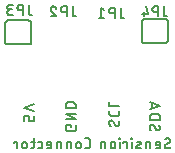
<source format=gbr>
G04 EAGLE Gerber RS-274X export*
G75*
%MOMM*%
%FSLAX34Y34*%
%LPD*%
%INSilkscreen Bottom*%
%IPPOS*%
%AMOC8*
5,1,8,0,0,1.08239X$1,22.5*%
G01*
%ADD10C,0.152400*%


D10*
X-3037050Y-2867519D02*
X-3037048Y-2867605D01*
X-3037042Y-2867691D01*
X-3037033Y-2867777D01*
X-3037019Y-2867862D01*
X-3037002Y-2867946D01*
X-3036981Y-2868030D01*
X-3036956Y-2868112D01*
X-3036928Y-2868193D01*
X-3036896Y-2868273D01*
X-3036860Y-2868352D01*
X-3036821Y-2868428D01*
X-3036778Y-2868503D01*
X-3036733Y-2868576D01*
X-3036684Y-2868647D01*
X-3036631Y-2868715D01*
X-3036576Y-2868782D01*
X-3036518Y-2868845D01*
X-3036457Y-2868906D01*
X-3036394Y-2868964D01*
X-3036327Y-2869019D01*
X-3036259Y-2869072D01*
X-3036188Y-2869121D01*
X-3036115Y-2869166D01*
X-3036040Y-2869209D01*
X-3035964Y-2869248D01*
X-3035885Y-2869284D01*
X-3035805Y-2869316D01*
X-3035724Y-2869344D01*
X-3035642Y-2869369D01*
X-3035558Y-2869390D01*
X-3035474Y-2869407D01*
X-3035389Y-2869421D01*
X-3035303Y-2869430D01*
X-3035217Y-2869436D01*
X-3035131Y-2869438D01*
X-3035008Y-2869436D01*
X-3034885Y-2869431D01*
X-3034762Y-2869421D01*
X-3034640Y-2869408D01*
X-3034518Y-2869391D01*
X-3034396Y-2869371D01*
X-3034276Y-2869347D01*
X-3034156Y-2869319D01*
X-3034037Y-2869288D01*
X-3033919Y-2869252D01*
X-3033802Y-2869214D01*
X-3033686Y-2869172D01*
X-3033572Y-2869126D01*
X-3033459Y-2869077D01*
X-3033348Y-2869025D01*
X-3033238Y-2868969D01*
X-3033130Y-2868910D01*
X-3033024Y-2868847D01*
X-3032920Y-2868782D01*
X-3032817Y-2868713D01*
X-3032717Y-2868641D01*
X-3032620Y-2868566D01*
X-3032524Y-2868489D01*
X-3032431Y-2868408D01*
X-3032340Y-2868325D01*
X-3032252Y-2868239D01*
X-3032492Y-2862721D02*
X-3032494Y-2862635D01*
X-3032500Y-2862549D01*
X-3032509Y-2862463D01*
X-3032523Y-2862378D01*
X-3032540Y-2862294D01*
X-3032561Y-2862210D01*
X-3032586Y-2862128D01*
X-3032614Y-2862047D01*
X-3032646Y-2861967D01*
X-3032682Y-2861888D01*
X-3032721Y-2861812D01*
X-3032764Y-2861737D01*
X-3032809Y-2861664D01*
X-3032858Y-2861593D01*
X-3032911Y-2861525D01*
X-3032966Y-2861458D01*
X-3033024Y-2861395D01*
X-3033085Y-2861334D01*
X-3033148Y-2861276D01*
X-3033215Y-2861221D01*
X-3033283Y-2861168D01*
X-3033354Y-2861119D01*
X-3033427Y-2861074D01*
X-3033502Y-2861031D01*
X-3033578Y-2860992D01*
X-3033657Y-2860956D01*
X-3033737Y-2860924D01*
X-3033818Y-2860896D01*
X-3033900Y-2860871D01*
X-3033984Y-2860850D01*
X-3034068Y-2860833D01*
X-3034153Y-2860819D01*
X-3034239Y-2860810D01*
X-3034325Y-2860804D01*
X-3034411Y-2860802D01*
X-3034527Y-2860804D01*
X-3034642Y-2860809D01*
X-3034758Y-2860819D01*
X-3034873Y-2860832D01*
X-3034987Y-2860848D01*
X-3035101Y-2860869D01*
X-3035215Y-2860893D01*
X-3035327Y-2860921D01*
X-3035438Y-2860952D01*
X-3035549Y-2860987D01*
X-3035658Y-2861025D01*
X-3035766Y-2861067D01*
X-3035872Y-2861112D01*
X-3035978Y-2861161D01*
X-3036081Y-2861213D01*
X-3036183Y-2861268D01*
X-3036282Y-2861327D01*
X-3036380Y-2861389D01*
X-3036476Y-2861454D01*
X-3036570Y-2861522D01*
X-3033452Y-2864400D02*
X-3033377Y-2864354D01*
X-3033304Y-2864304D01*
X-3033234Y-2864251D01*
X-3033166Y-2864195D01*
X-3033101Y-2864136D01*
X-3033038Y-2864074D01*
X-3032979Y-2864010D01*
X-3032922Y-2863942D01*
X-3032868Y-2863872D01*
X-3032818Y-2863800D01*
X-3032771Y-2863726D01*
X-3032727Y-2863650D01*
X-3032687Y-2863571D01*
X-3032651Y-2863491D01*
X-3032618Y-2863410D01*
X-3032589Y-2863327D01*
X-3032563Y-2863242D01*
X-3032541Y-2863157D01*
X-3032524Y-2863071D01*
X-3032510Y-2862984D01*
X-3032500Y-2862897D01*
X-3032494Y-2862809D01*
X-3032492Y-2862721D01*
X-3036091Y-2865840D02*
X-3036165Y-2865886D01*
X-3036238Y-2865936D01*
X-3036308Y-2865989D01*
X-3036376Y-2866045D01*
X-3036441Y-2866104D01*
X-3036504Y-2866166D01*
X-3036563Y-2866231D01*
X-3036620Y-2866298D01*
X-3036674Y-2866368D01*
X-3036724Y-2866440D01*
X-3036771Y-2866514D01*
X-3036815Y-2866590D01*
X-3036855Y-2866669D01*
X-3036891Y-2866749D01*
X-3036924Y-2866830D01*
X-3036954Y-2866913D01*
X-3036979Y-2866998D01*
X-3037001Y-2867083D01*
X-3037018Y-2867169D01*
X-3037032Y-2867256D01*
X-3037042Y-2867343D01*
X-3037048Y-2867431D01*
X-3037050Y-2867519D01*
X-3036090Y-2865840D02*
X-3033451Y-2864400D01*
X-3042401Y-2869438D02*
X-3044800Y-2869438D01*
X-3042401Y-2869438D02*
X-3042326Y-2869436D01*
X-3042251Y-2869430D01*
X-3042176Y-2869420D01*
X-3042102Y-2869407D01*
X-3042029Y-2869389D01*
X-3041956Y-2869368D01*
X-3041885Y-2869342D01*
X-3041816Y-2869314D01*
X-3041748Y-2869281D01*
X-3041682Y-2869245D01*
X-3041617Y-2869206D01*
X-3041555Y-2869163D01*
X-3041495Y-2869117D01*
X-3041438Y-2869068D01*
X-3041383Y-2869017D01*
X-3041332Y-2868962D01*
X-3041283Y-2868905D01*
X-3041237Y-2868845D01*
X-3041194Y-2868783D01*
X-3041155Y-2868719D01*
X-3041119Y-2868652D01*
X-3041086Y-2868584D01*
X-3041058Y-2868515D01*
X-3041032Y-2868444D01*
X-3041011Y-2868371D01*
X-3040993Y-2868298D01*
X-3040980Y-2868224D01*
X-3040970Y-2868149D01*
X-3040964Y-2868074D01*
X-3040962Y-2867999D01*
X-3040961Y-2867999D02*
X-3040961Y-2865600D01*
X-3040963Y-2865514D01*
X-3040969Y-2865428D01*
X-3040978Y-2865342D01*
X-3040992Y-2865257D01*
X-3041009Y-2865173D01*
X-3041030Y-2865089D01*
X-3041055Y-2865007D01*
X-3041083Y-2864926D01*
X-3041115Y-2864846D01*
X-3041151Y-2864767D01*
X-3041190Y-2864691D01*
X-3041233Y-2864616D01*
X-3041278Y-2864543D01*
X-3041327Y-2864472D01*
X-3041380Y-2864404D01*
X-3041435Y-2864337D01*
X-3041493Y-2864274D01*
X-3041554Y-2864213D01*
X-3041617Y-2864155D01*
X-3041684Y-2864100D01*
X-3041752Y-2864047D01*
X-3041823Y-2863998D01*
X-3041896Y-2863953D01*
X-3041971Y-2863910D01*
X-3042047Y-2863871D01*
X-3042126Y-2863835D01*
X-3042206Y-2863803D01*
X-3042287Y-2863775D01*
X-3042369Y-2863750D01*
X-3042453Y-2863729D01*
X-3042537Y-2863712D01*
X-3042622Y-2863698D01*
X-3042708Y-2863689D01*
X-3042794Y-2863683D01*
X-3042880Y-2863681D01*
X-3042966Y-2863683D01*
X-3043052Y-2863689D01*
X-3043138Y-2863698D01*
X-3043223Y-2863712D01*
X-3043307Y-2863729D01*
X-3043391Y-2863750D01*
X-3043473Y-2863775D01*
X-3043554Y-2863803D01*
X-3043634Y-2863835D01*
X-3043713Y-2863871D01*
X-3043789Y-2863910D01*
X-3043864Y-2863953D01*
X-3043937Y-2863998D01*
X-3044008Y-2864047D01*
X-3044076Y-2864100D01*
X-3044143Y-2864155D01*
X-3044206Y-2864213D01*
X-3044267Y-2864274D01*
X-3044325Y-2864337D01*
X-3044380Y-2864404D01*
X-3044433Y-2864472D01*
X-3044482Y-2864543D01*
X-3044527Y-2864616D01*
X-3044570Y-2864691D01*
X-3044609Y-2864767D01*
X-3044645Y-2864846D01*
X-3044677Y-2864926D01*
X-3044705Y-2865007D01*
X-3044730Y-2865089D01*
X-3044751Y-2865173D01*
X-3044768Y-2865257D01*
X-3044782Y-2865342D01*
X-3044791Y-2865428D01*
X-3044797Y-2865514D01*
X-3044799Y-2865600D01*
X-3044800Y-2865600D02*
X-3044800Y-2866559D01*
X-3040961Y-2866559D01*
X-3049191Y-2863681D02*
X-3049191Y-2869438D01*
X-3049191Y-2863681D02*
X-3051590Y-2863681D01*
X-3051665Y-2863683D01*
X-3051740Y-2863689D01*
X-3051815Y-2863699D01*
X-3051889Y-2863712D01*
X-3051962Y-2863730D01*
X-3052035Y-2863751D01*
X-3052106Y-2863777D01*
X-3052175Y-2863805D01*
X-3052243Y-2863838D01*
X-3052309Y-2863874D01*
X-3052374Y-2863913D01*
X-3052436Y-2863956D01*
X-3052496Y-2864002D01*
X-3052553Y-2864051D01*
X-3052608Y-2864102D01*
X-3052659Y-2864157D01*
X-3052708Y-2864214D01*
X-3052754Y-2864274D01*
X-3052797Y-2864336D01*
X-3052836Y-2864400D01*
X-3052872Y-2864467D01*
X-3052905Y-2864535D01*
X-3052933Y-2864604D01*
X-3052959Y-2864675D01*
X-3052980Y-2864748D01*
X-3052998Y-2864821D01*
X-3053011Y-2864895D01*
X-3053021Y-2864970D01*
X-3053027Y-2865045D01*
X-3053029Y-2865120D01*
X-3053029Y-2869438D01*
X-3058140Y-2866080D02*
X-3060539Y-2867039D01*
X-3058140Y-2866080D02*
X-3058077Y-2866053D01*
X-3058015Y-2866022D01*
X-3057955Y-2865987D01*
X-3057897Y-2865950D01*
X-3057841Y-2865909D01*
X-3057788Y-2865866D01*
X-3057737Y-2865819D01*
X-3057689Y-2865770D01*
X-3057643Y-2865718D01*
X-3057601Y-2865663D01*
X-3057561Y-2865606D01*
X-3057525Y-2865548D01*
X-3057492Y-2865487D01*
X-3057463Y-2865424D01*
X-3057437Y-2865361D01*
X-3057414Y-2865295D01*
X-3057396Y-2865229D01*
X-3057381Y-2865161D01*
X-3057369Y-2865093D01*
X-3057362Y-2865025D01*
X-3057358Y-2864956D01*
X-3057359Y-2864887D01*
X-3057363Y-2864818D01*
X-3057371Y-2864749D01*
X-3057382Y-2864681D01*
X-3057398Y-2864614D01*
X-3057417Y-2864547D01*
X-3057439Y-2864482D01*
X-3057466Y-2864418D01*
X-3057496Y-2864356D01*
X-3057529Y-2864296D01*
X-3057566Y-2864237D01*
X-3057605Y-2864181D01*
X-3057648Y-2864126D01*
X-3057694Y-2864075D01*
X-3057742Y-2864026D01*
X-3057794Y-2863979D01*
X-3057847Y-2863936D01*
X-3057903Y-2863896D01*
X-3057962Y-2863859D01*
X-3058022Y-2863825D01*
X-3058084Y-2863794D01*
X-3058147Y-2863767D01*
X-3058212Y-2863744D01*
X-3058278Y-2863724D01*
X-3058345Y-2863708D01*
X-3058413Y-2863695D01*
X-3058482Y-2863687D01*
X-3058551Y-2863682D01*
X-3058620Y-2863681D01*
X-3058759Y-2863684D01*
X-3058898Y-2863692D01*
X-3059037Y-2863703D01*
X-3059175Y-2863717D01*
X-3059313Y-2863735D01*
X-3059451Y-2863756D01*
X-3059588Y-2863781D01*
X-3059724Y-2863810D01*
X-3059860Y-2863842D01*
X-3059994Y-2863877D01*
X-3060128Y-2863916D01*
X-3060261Y-2863958D01*
X-3060392Y-2864004D01*
X-3060522Y-2864053D01*
X-3060651Y-2864105D01*
X-3060779Y-2864160D01*
X-3060539Y-2867039D02*
X-3060602Y-2867066D01*
X-3060664Y-2867097D01*
X-3060724Y-2867132D01*
X-3060782Y-2867169D01*
X-3060838Y-2867210D01*
X-3060891Y-2867253D01*
X-3060942Y-2867300D01*
X-3060990Y-2867349D01*
X-3061036Y-2867401D01*
X-3061078Y-2867456D01*
X-3061118Y-2867513D01*
X-3061154Y-2867571D01*
X-3061187Y-2867632D01*
X-3061216Y-2867694D01*
X-3061242Y-2867758D01*
X-3061265Y-2867824D01*
X-3061283Y-2867890D01*
X-3061298Y-2867958D01*
X-3061310Y-2868026D01*
X-3061317Y-2868094D01*
X-3061321Y-2868163D01*
X-3061320Y-2868232D01*
X-3061316Y-2868301D01*
X-3061308Y-2868370D01*
X-3061297Y-2868438D01*
X-3061281Y-2868505D01*
X-3061262Y-2868572D01*
X-3061240Y-2868637D01*
X-3061213Y-2868701D01*
X-3061183Y-2868763D01*
X-3061150Y-2868823D01*
X-3061113Y-2868882D01*
X-3061074Y-2868938D01*
X-3061031Y-2868993D01*
X-3060985Y-2869044D01*
X-3060937Y-2869093D01*
X-3060885Y-2869140D01*
X-3060832Y-2869183D01*
X-3060776Y-2869223D01*
X-3060717Y-2869260D01*
X-3060657Y-2869294D01*
X-3060595Y-2869325D01*
X-3060532Y-2869352D01*
X-3060467Y-2869375D01*
X-3060401Y-2869395D01*
X-3060334Y-2869411D01*
X-3060266Y-2869424D01*
X-3060197Y-2869432D01*
X-3060128Y-2869437D01*
X-3060059Y-2869438D01*
X-3060060Y-2869438D02*
X-3059867Y-2869433D01*
X-3059675Y-2869424D01*
X-3059483Y-2869409D01*
X-3059292Y-2869391D01*
X-3059101Y-2869368D01*
X-3058910Y-2869340D01*
X-3058720Y-2869308D01*
X-3058531Y-2869271D01*
X-3058343Y-2869230D01*
X-3058156Y-2869184D01*
X-3057971Y-2869134D01*
X-3057786Y-2869080D01*
X-3057603Y-2869021D01*
X-3057421Y-2868958D01*
X-3065131Y-2869438D02*
X-3065131Y-2863681D01*
X-3064891Y-2861282D02*
X-3064891Y-2860802D01*
X-3065371Y-2860802D01*
X-3065371Y-2861282D01*
X-3064891Y-2861282D01*
X-3069384Y-2863681D02*
X-3069384Y-2869438D01*
X-3069384Y-2863681D02*
X-3072263Y-2863681D01*
X-3072263Y-2864640D01*
X-3075189Y-2863681D02*
X-3075189Y-2869438D01*
X-3074949Y-2861282D02*
X-3074949Y-2860802D01*
X-3075429Y-2860802D01*
X-3075429Y-2861282D01*
X-3074949Y-2861282D01*
X-3079061Y-2865600D02*
X-3079061Y-2867519D01*
X-3079061Y-2865600D02*
X-3079063Y-2865514D01*
X-3079069Y-2865428D01*
X-3079078Y-2865342D01*
X-3079092Y-2865257D01*
X-3079109Y-2865173D01*
X-3079130Y-2865089D01*
X-3079155Y-2865007D01*
X-3079183Y-2864926D01*
X-3079215Y-2864846D01*
X-3079251Y-2864767D01*
X-3079290Y-2864691D01*
X-3079333Y-2864616D01*
X-3079378Y-2864543D01*
X-3079427Y-2864472D01*
X-3079480Y-2864404D01*
X-3079535Y-2864337D01*
X-3079593Y-2864274D01*
X-3079654Y-2864213D01*
X-3079717Y-2864155D01*
X-3079784Y-2864100D01*
X-3079852Y-2864047D01*
X-3079923Y-2863998D01*
X-3079996Y-2863953D01*
X-3080071Y-2863910D01*
X-3080147Y-2863871D01*
X-3080226Y-2863835D01*
X-3080306Y-2863803D01*
X-3080387Y-2863775D01*
X-3080469Y-2863750D01*
X-3080553Y-2863729D01*
X-3080637Y-2863712D01*
X-3080722Y-2863698D01*
X-3080808Y-2863689D01*
X-3080894Y-2863683D01*
X-3080980Y-2863681D01*
X-3081066Y-2863683D01*
X-3081152Y-2863689D01*
X-3081238Y-2863698D01*
X-3081323Y-2863712D01*
X-3081407Y-2863729D01*
X-3081491Y-2863750D01*
X-3081573Y-2863775D01*
X-3081654Y-2863803D01*
X-3081734Y-2863835D01*
X-3081813Y-2863871D01*
X-3081889Y-2863910D01*
X-3081964Y-2863953D01*
X-3082037Y-2863998D01*
X-3082108Y-2864047D01*
X-3082176Y-2864100D01*
X-3082243Y-2864155D01*
X-3082306Y-2864213D01*
X-3082367Y-2864274D01*
X-3082425Y-2864337D01*
X-3082480Y-2864404D01*
X-3082533Y-2864472D01*
X-3082582Y-2864543D01*
X-3082627Y-2864616D01*
X-3082670Y-2864691D01*
X-3082709Y-2864767D01*
X-3082745Y-2864846D01*
X-3082777Y-2864926D01*
X-3082805Y-2865007D01*
X-3082830Y-2865089D01*
X-3082851Y-2865173D01*
X-3082868Y-2865257D01*
X-3082882Y-2865342D01*
X-3082891Y-2865428D01*
X-3082897Y-2865514D01*
X-3082899Y-2865600D01*
X-3082899Y-2867519D01*
X-3082897Y-2867605D01*
X-3082891Y-2867691D01*
X-3082882Y-2867777D01*
X-3082868Y-2867862D01*
X-3082851Y-2867946D01*
X-3082830Y-2868030D01*
X-3082805Y-2868112D01*
X-3082777Y-2868193D01*
X-3082745Y-2868273D01*
X-3082709Y-2868352D01*
X-3082670Y-2868428D01*
X-3082627Y-2868503D01*
X-3082582Y-2868576D01*
X-3082533Y-2868647D01*
X-3082480Y-2868715D01*
X-3082425Y-2868782D01*
X-3082367Y-2868845D01*
X-3082306Y-2868906D01*
X-3082243Y-2868964D01*
X-3082176Y-2869019D01*
X-3082108Y-2869072D01*
X-3082037Y-2869121D01*
X-3081964Y-2869166D01*
X-3081889Y-2869209D01*
X-3081813Y-2869248D01*
X-3081734Y-2869284D01*
X-3081654Y-2869316D01*
X-3081573Y-2869344D01*
X-3081491Y-2869369D01*
X-3081407Y-2869390D01*
X-3081323Y-2869407D01*
X-3081238Y-2869421D01*
X-3081152Y-2869430D01*
X-3081066Y-2869436D01*
X-3080980Y-2869438D01*
X-3080894Y-2869436D01*
X-3080808Y-2869430D01*
X-3080722Y-2869421D01*
X-3080637Y-2869407D01*
X-3080553Y-2869390D01*
X-3080469Y-2869369D01*
X-3080387Y-2869344D01*
X-3080306Y-2869316D01*
X-3080226Y-2869284D01*
X-3080147Y-2869248D01*
X-3080071Y-2869209D01*
X-3079996Y-2869166D01*
X-3079923Y-2869121D01*
X-3079852Y-2869072D01*
X-3079784Y-2869019D01*
X-3079717Y-2868964D01*
X-3079654Y-2868906D01*
X-3079593Y-2868845D01*
X-3079535Y-2868782D01*
X-3079480Y-2868715D01*
X-3079427Y-2868647D01*
X-3079378Y-2868576D01*
X-3079333Y-2868503D01*
X-3079290Y-2868428D01*
X-3079251Y-2868352D01*
X-3079215Y-2868273D01*
X-3079183Y-2868193D01*
X-3079155Y-2868112D01*
X-3079130Y-2868030D01*
X-3079109Y-2867946D01*
X-3079092Y-2867862D01*
X-3079078Y-2867777D01*
X-3079069Y-2867691D01*
X-3079063Y-2867605D01*
X-3079061Y-2867519D01*
X-3087291Y-2869438D02*
X-3087291Y-2863681D01*
X-3089690Y-2863681D01*
X-3089765Y-2863683D01*
X-3089840Y-2863689D01*
X-3089915Y-2863699D01*
X-3089989Y-2863712D01*
X-3090062Y-2863730D01*
X-3090135Y-2863751D01*
X-3090206Y-2863777D01*
X-3090275Y-2863805D01*
X-3090343Y-2863838D01*
X-3090409Y-2863874D01*
X-3090474Y-2863913D01*
X-3090536Y-2863956D01*
X-3090596Y-2864002D01*
X-3090653Y-2864051D01*
X-3090708Y-2864102D01*
X-3090759Y-2864157D01*
X-3090808Y-2864214D01*
X-3090854Y-2864274D01*
X-3090897Y-2864336D01*
X-3090936Y-2864400D01*
X-3090972Y-2864467D01*
X-3091005Y-2864535D01*
X-3091033Y-2864604D01*
X-3091059Y-2864675D01*
X-3091080Y-2864748D01*
X-3091098Y-2864821D01*
X-3091111Y-2864895D01*
X-3091121Y-2864970D01*
X-3091127Y-2865045D01*
X-3091129Y-2865120D01*
X-3091129Y-2869438D01*
X-3102408Y-2869438D02*
X-3104327Y-2869438D01*
X-3102408Y-2869438D02*
X-3102322Y-2869436D01*
X-3102236Y-2869430D01*
X-3102150Y-2869421D01*
X-3102065Y-2869407D01*
X-3101981Y-2869390D01*
X-3101897Y-2869369D01*
X-3101815Y-2869344D01*
X-3101734Y-2869316D01*
X-3101654Y-2869284D01*
X-3101575Y-2869248D01*
X-3101499Y-2869209D01*
X-3101424Y-2869166D01*
X-3101351Y-2869121D01*
X-3101280Y-2869072D01*
X-3101212Y-2869019D01*
X-3101145Y-2868964D01*
X-3101082Y-2868906D01*
X-3101021Y-2868845D01*
X-3100963Y-2868782D01*
X-3100908Y-2868715D01*
X-3100856Y-2868647D01*
X-3100806Y-2868576D01*
X-3100761Y-2868503D01*
X-3100718Y-2868428D01*
X-3100679Y-2868352D01*
X-3100643Y-2868273D01*
X-3100611Y-2868193D01*
X-3100583Y-2868112D01*
X-3100558Y-2868030D01*
X-3100537Y-2867946D01*
X-3100520Y-2867862D01*
X-3100506Y-2867777D01*
X-3100497Y-2867691D01*
X-3100491Y-2867605D01*
X-3100489Y-2867519D01*
X-3100489Y-2862721D01*
X-3100491Y-2862635D01*
X-3100497Y-2862549D01*
X-3100506Y-2862463D01*
X-3100520Y-2862378D01*
X-3100537Y-2862294D01*
X-3100558Y-2862210D01*
X-3100583Y-2862128D01*
X-3100611Y-2862047D01*
X-3100643Y-2861967D01*
X-3100679Y-2861888D01*
X-3100718Y-2861812D01*
X-3100761Y-2861737D01*
X-3100806Y-2861664D01*
X-3100855Y-2861593D01*
X-3100908Y-2861525D01*
X-3100963Y-2861458D01*
X-3101021Y-2861395D01*
X-3101082Y-2861334D01*
X-3101145Y-2861276D01*
X-3101212Y-2861221D01*
X-3101280Y-2861169D01*
X-3101351Y-2861119D01*
X-3101424Y-2861074D01*
X-3101499Y-2861031D01*
X-3101575Y-2860992D01*
X-3101654Y-2860956D01*
X-3101734Y-2860924D01*
X-3101815Y-2860896D01*
X-3101897Y-2860871D01*
X-3101981Y-2860850D01*
X-3102065Y-2860833D01*
X-3102150Y-2860819D01*
X-3102236Y-2860810D01*
X-3102322Y-2860804D01*
X-3102408Y-2860802D01*
X-3104327Y-2860802D01*
X-3108017Y-2865600D02*
X-3108017Y-2867519D01*
X-3108017Y-2865600D02*
X-3108019Y-2865514D01*
X-3108025Y-2865428D01*
X-3108034Y-2865342D01*
X-3108048Y-2865257D01*
X-3108065Y-2865173D01*
X-3108086Y-2865089D01*
X-3108111Y-2865007D01*
X-3108139Y-2864926D01*
X-3108171Y-2864846D01*
X-3108207Y-2864767D01*
X-3108246Y-2864691D01*
X-3108289Y-2864616D01*
X-3108334Y-2864543D01*
X-3108383Y-2864472D01*
X-3108436Y-2864404D01*
X-3108491Y-2864337D01*
X-3108549Y-2864274D01*
X-3108610Y-2864213D01*
X-3108673Y-2864155D01*
X-3108740Y-2864100D01*
X-3108808Y-2864047D01*
X-3108879Y-2863998D01*
X-3108952Y-2863953D01*
X-3109027Y-2863910D01*
X-3109103Y-2863871D01*
X-3109182Y-2863835D01*
X-3109262Y-2863803D01*
X-3109343Y-2863775D01*
X-3109425Y-2863750D01*
X-3109509Y-2863729D01*
X-3109593Y-2863712D01*
X-3109678Y-2863698D01*
X-3109764Y-2863689D01*
X-3109850Y-2863683D01*
X-3109936Y-2863681D01*
X-3110022Y-2863683D01*
X-3110108Y-2863689D01*
X-3110194Y-2863698D01*
X-3110279Y-2863712D01*
X-3110363Y-2863729D01*
X-3110447Y-2863750D01*
X-3110529Y-2863775D01*
X-3110610Y-2863803D01*
X-3110690Y-2863835D01*
X-3110769Y-2863871D01*
X-3110845Y-2863910D01*
X-3110920Y-2863953D01*
X-3110993Y-2863998D01*
X-3111064Y-2864047D01*
X-3111132Y-2864100D01*
X-3111199Y-2864155D01*
X-3111262Y-2864213D01*
X-3111323Y-2864274D01*
X-3111381Y-2864337D01*
X-3111436Y-2864404D01*
X-3111489Y-2864472D01*
X-3111538Y-2864543D01*
X-3111583Y-2864616D01*
X-3111626Y-2864691D01*
X-3111665Y-2864767D01*
X-3111701Y-2864846D01*
X-3111733Y-2864926D01*
X-3111761Y-2865007D01*
X-3111786Y-2865089D01*
X-3111807Y-2865173D01*
X-3111824Y-2865257D01*
X-3111838Y-2865342D01*
X-3111847Y-2865428D01*
X-3111853Y-2865514D01*
X-3111855Y-2865600D01*
X-3111855Y-2867519D01*
X-3111853Y-2867605D01*
X-3111847Y-2867691D01*
X-3111838Y-2867777D01*
X-3111824Y-2867862D01*
X-3111807Y-2867946D01*
X-3111786Y-2868030D01*
X-3111761Y-2868112D01*
X-3111733Y-2868193D01*
X-3111701Y-2868273D01*
X-3111665Y-2868352D01*
X-3111626Y-2868428D01*
X-3111583Y-2868503D01*
X-3111538Y-2868576D01*
X-3111489Y-2868647D01*
X-3111436Y-2868715D01*
X-3111381Y-2868782D01*
X-3111323Y-2868845D01*
X-3111262Y-2868906D01*
X-3111199Y-2868964D01*
X-3111132Y-2869019D01*
X-3111064Y-2869072D01*
X-3110993Y-2869121D01*
X-3110920Y-2869166D01*
X-3110845Y-2869209D01*
X-3110769Y-2869248D01*
X-3110690Y-2869284D01*
X-3110610Y-2869316D01*
X-3110529Y-2869344D01*
X-3110447Y-2869369D01*
X-3110363Y-2869390D01*
X-3110279Y-2869407D01*
X-3110194Y-2869421D01*
X-3110108Y-2869430D01*
X-3110022Y-2869436D01*
X-3109936Y-2869438D01*
X-3109850Y-2869436D01*
X-3109764Y-2869430D01*
X-3109678Y-2869421D01*
X-3109593Y-2869407D01*
X-3109509Y-2869390D01*
X-3109425Y-2869369D01*
X-3109343Y-2869344D01*
X-3109262Y-2869316D01*
X-3109182Y-2869284D01*
X-3109103Y-2869248D01*
X-3109027Y-2869209D01*
X-3108952Y-2869166D01*
X-3108879Y-2869121D01*
X-3108808Y-2869072D01*
X-3108740Y-2869019D01*
X-3108673Y-2868964D01*
X-3108610Y-2868906D01*
X-3108549Y-2868845D01*
X-3108491Y-2868782D01*
X-3108436Y-2868715D01*
X-3108383Y-2868647D01*
X-3108334Y-2868576D01*
X-3108289Y-2868503D01*
X-3108246Y-2868428D01*
X-3108207Y-2868352D01*
X-3108171Y-2868273D01*
X-3108139Y-2868193D01*
X-3108111Y-2868112D01*
X-3108086Y-2868030D01*
X-3108065Y-2867946D01*
X-3108048Y-2867862D01*
X-3108034Y-2867777D01*
X-3108025Y-2867691D01*
X-3108019Y-2867605D01*
X-3108017Y-2867519D01*
X-3116247Y-2869438D02*
X-3116247Y-2863681D01*
X-3118645Y-2863681D01*
X-3118720Y-2863683D01*
X-3118795Y-2863689D01*
X-3118870Y-2863699D01*
X-3118944Y-2863712D01*
X-3119017Y-2863730D01*
X-3119090Y-2863751D01*
X-3119161Y-2863777D01*
X-3119230Y-2863805D01*
X-3119298Y-2863838D01*
X-3119364Y-2863874D01*
X-3119429Y-2863913D01*
X-3119491Y-2863956D01*
X-3119551Y-2864002D01*
X-3119608Y-2864051D01*
X-3119663Y-2864102D01*
X-3119714Y-2864157D01*
X-3119763Y-2864214D01*
X-3119809Y-2864274D01*
X-3119852Y-2864336D01*
X-3119891Y-2864400D01*
X-3119927Y-2864467D01*
X-3119960Y-2864535D01*
X-3119988Y-2864604D01*
X-3120014Y-2864675D01*
X-3120035Y-2864748D01*
X-3120053Y-2864821D01*
X-3120066Y-2864895D01*
X-3120076Y-2864970D01*
X-3120082Y-2865045D01*
X-3120084Y-2865120D01*
X-3120085Y-2865120D02*
X-3120085Y-2869438D01*
X-3124781Y-2869438D02*
X-3124781Y-2863681D01*
X-3127180Y-2863681D01*
X-3127255Y-2863683D01*
X-3127330Y-2863689D01*
X-3127405Y-2863699D01*
X-3127479Y-2863712D01*
X-3127552Y-2863730D01*
X-3127625Y-2863751D01*
X-3127696Y-2863777D01*
X-3127765Y-2863805D01*
X-3127833Y-2863838D01*
X-3127899Y-2863874D01*
X-3127964Y-2863913D01*
X-3128026Y-2863956D01*
X-3128086Y-2864002D01*
X-3128143Y-2864051D01*
X-3128198Y-2864102D01*
X-3128249Y-2864157D01*
X-3128298Y-2864214D01*
X-3128344Y-2864274D01*
X-3128387Y-2864336D01*
X-3128426Y-2864400D01*
X-3128462Y-2864467D01*
X-3128495Y-2864535D01*
X-3128523Y-2864604D01*
X-3128549Y-2864675D01*
X-3128570Y-2864748D01*
X-3128588Y-2864821D01*
X-3128601Y-2864895D01*
X-3128611Y-2864970D01*
X-3128617Y-2865045D01*
X-3128619Y-2865120D01*
X-3128619Y-2869438D01*
X-3134450Y-2869438D02*
X-3136849Y-2869438D01*
X-3134450Y-2869438D02*
X-3134375Y-2869436D01*
X-3134300Y-2869430D01*
X-3134225Y-2869420D01*
X-3134151Y-2869407D01*
X-3134078Y-2869389D01*
X-3134005Y-2869368D01*
X-3133934Y-2869342D01*
X-3133865Y-2869314D01*
X-3133797Y-2869281D01*
X-3133731Y-2869245D01*
X-3133666Y-2869206D01*
X-3133604Y-2869163D01*
X-3133544Y-2869117D01*
X-3133487Y-2869068D01*
X-3133432Y-2869017D01*
X-3133381Y-2868962D01*
X-3133332Y-2868905D01*
X-3133286Y-2868845D01*
X-3133243Y-2868783D01*
X-3133204Y-2868719D01*
X-3133168Y-2868652D01*
X-3133135Y-2868584D01*
X-3133107Y-2868515D01*
X-3133081Y-2868444D01*
X-3133060Y-2868371D01*
X-3133042Y-2868298D01*
X-3133029Y-2868224D01*
X-3133019Y-2868149D01*
X-3133013Y-2868074D01*
X-3133011Y-2867999D01*
X-3133010Y-2867999D02*
X-3133010Y-2865600D01*
X-3133011Y-2865600D02*
X-3133013Y-2865514D01*
X-3133019Y-2865428D01*
X-3133028Y-2865342D01*
X-3133042Y-2865257D01*
X-3133059Y-2865173D01*
X-3133080Y-2865089D01*
X-3133105Y-2865007D01*
X-3133133Y-2864926D01*
X-3133165Y-2864846D01*
X-3133201Y-2864767D01*
X-3133240Y-2864691D01*
X-3133283Y-2864616D01*
X-3133328Y-2864543D01*
X-3133377Y-2864472D01*
X-3133430Y-2864404D01*
X-3133485Y-2864337D01*
X-3133543Y-2864274D01*
X-3133604Y-2864213D01*
X-3133667Y-2864155D01*
X-3133734Y-2864100D01*
X-3133802Y-2864047D01*
X-3133873Y-2863998D01*
X-3133946Y-2863953D01*
X-3134021Y-2863910D01*
X-3134097Y-2863871D01*
X-3134176Y-2863835D01*
X-3134256Y-2863803D01*
X-3134337Y-2863775D01*
X-3134419Y-2863750D01*
X-3134503Y-2863729D01*
X-3134587Y-2863712D01*
X-3134672Y-2863698D01*
X-3134758Y-2863689D01*
X-3134844Y-2863683D01*
X-3134930Y-2863681D01*
X-3135016Y-2863683D01*
X-3135102Y-2863689D01*
X-3135188Y-2863698D01*
X-3135273Y-2863712D01*
X-3135357Y-2863729D01*
X-3135441Y-2863750D01*
X-3135523Y-2863775D01*
X-3135604Y-2863803D01*
X-3135684Y-2863835D01*
X-3135763Y-2863871D01*
X-3135839Y-2863910D01*
X-3135914Y-2863953D01*
X-3135987Y-2863998D01*
X-3136058Y-2864047D01*
X-3136126Y-2864100D01*
X-3136193Y-2864155D01*
X-3136256Y-2864213D01*
X-3136317Y-2864274D01*
X-3136375Y-2864337D01*
X-3136430Y-2864404D01*
X-3136483Y-2864472D01*
X-3136532Y-2864543D01*
X-3136577Y-2864616D01*
X-3136620Y-2864691D01*
X-3136659Y-2864767D01*
X-3136695Y-2864846D01*
X-3136727Y-2864926D01*
X-3136755Y-2865007D01*
X-3136780Y-2865089D01*
X-3136801Y-2865173D01*
X-3136818Y-2865257D01*
X-3136832Y-2865342D01*
X-3136841Y-2865428D01*
X-3136847Y-2865514D01*
X-3136849Y-2865600D01*
X-3136849Y-2866559D01*
X-3133010Y-2866559D01*
X-3142390Y-2869438D02*
X-3144309Y-2869438D01*
X-3142390Y-2869438D02*
X-3142315Y-2869436D01*
X-3142240Y-2869430D01*
X-3142165Y-2869420D01*
X-3142091Y-2869407D01*
X-3142018Y-2869389D01*
X-3141945Y-2869368D01*
X-3141874Y-2869342D01*
X-3141805Y-2869314D01*
X-3141737Y-2869281D01*
X-3141671Y-2869245D01*
X-3141606Y-2869206D01*
X-3141544Y-2869163D01*
X-3141484Y-2869117D01*
X-3141427Y-2869068D01*
X-3141372Y-2869017D01*
X-3141321Y-2868962D01*
X-3141272Y-2868905D01*
X-3141226Y-2868845D01*
X-3141183Y-2868783D01*
X-3141144Y-2868719D01*
X-3141108Y-2868652D01*
X-3141075Y-2868584D01*
X-3141047Y-2868515D01*
X-3141021Y-2868444D01*
X-3141000Y-2868371D01*
X-3140982Y-2868298D01*
X-3140969Y-2868224D01*
X-3140959Y-2868149D01*
X-3140953Y-2868074D01*
X-3140951Y-2867999D01*
X-3140950Y-2867999D02*
X-3140950Y-2865120D01*
X-3140951Y-2865120D02*
X-3140953Y-2865045D01*
X-3140959Y-2864970D01*
X-3140969Y-2864895D01*
X-3140982Y-2864821D01*
X-3141000Y-2864748D01*
X-3141021Y-2864675D01*
X-3141047Y-2864604D01*
X-3141075Y-2864535D01*
X-3141108Y-2864467D01*
X-3141144Y-2864401D01*
X-3141183Y-2864336D01*
X-3141226Y-2864274D01*
X-3141272Y-2864214D01*
X-3141321Y-2864157D01*
X-3141372Y-2864102D01*
X-3141427Y-2864051D01*
X-3141484Y-2864002D01*
X-3141544Y-2863956D01*
X-3141606Y-2863913D01*
X-3141671Y-2863874D01*
X-3141737Y-2863838D01*
X-3141805Y-2863805D01*
X-3141874Y-2863777D01*
X-3141945Y-2863751D01*
X-3142018Y-2863730D01*
X-3142091Y-2863712D01*
X-3142165Y-2863699D01*
X-3142240Y-2863689D01*
X-3142315Y-2863683D01*
X-3142390Y-2863681D01*
X-3144309Y-2863681D01*
X-3147100Y-2863681D02*
X-3149979Y-2863681D01*
X-3148059Y-2860802D02*
X-3148059Y-2867999D01*
X-3148060Y-2867999D02*
X-3148062Y-2868072D01*
X-3148067Y-2868145D01*
X-3148077Y-2868217D01*
X-3148089Y-2868289D01*
X-3148106Y-2868360D01*
X-3148126Y-2868430D01*
X-3148150Y-2868499D01*
X-3148177Y-2868566D01*
X-3148207Y-2868633D01*
X-3148241Y-2868697D01*
X-3148278Y-2868760D01*
X-3148318Y-2868821D01*
X-3148361Y-2868880D01*
X-3148407Y-2868936D01*
X-3148456Y-2868990D01*
X-3148508Y-2869042D01*
X-3148562Y-2869091D01*
X-3148618Y-2869137D01*
X-3148677Y-2869180D01*
X-3148738Y-2869220D01*
X-3148801Y-2869257D01*
X-3148865Y-2869291D01*
X-3148932Y-2869321D01*
X-3148999Y-2869348D01*
X-3149068Y-2869372D01*
X-3149138Y-2869392D01*
X-3149209Y-2869409D01*
X-3149281Y-2869421D01*
X-3149353Y-2869431D01*
X-3149426Y-2869436D01*
X-3149499Y-2869438D01*
X-3149979Y-2869438D01*
X-3153737Y-2867519D02*
X-3153737Y-2865600D01*
X-3153739Y-2865514D01*
X-3153745Y-2865428D01*
X-3153754Y-2865342D01*
X-3153768Y-2865257D01*
X-3153785Y-2865173D01*
X-3153806Y-2865089D01*
X-3153831Y-2865007D01*
X-3153859Y-2864926D01*
X-3153891Y-2864846D01*
X-3153927Y-2864767D01*
X-3153966Y-2864691D01*
X-3154009Y-2864616D01*
X-3154054Y-2864543D01*
X-3154103Y-2864472D01*
X-3154156Y-2864404D01*
X-3154211Y-2864337D01*
X-3154269Y-2864274D01*
X-3154330Y-2864213D01*
X-3154393Y-2864155D01*
X-3154460Y-2864100D01*
X-3154528Y-2864047D01*
X-3154599Y-2863998D01*
X-3154672Y-2863953D01*
X-3154747Y-2863910D01*
X-3154823Y-2863871D01*
X-3154902Y-2863835D01*
X-3154982Y-2863803D01*
X-3155063Y-2863775D01*
X-3155145Y-2863750D01*
X-3155229Y-2863729D01*
X-3155313Y-2863712D01*
X-3155398Y-2863698D01*
X-3155484Y-2863689D01*
X-3155570Y-2863683D01*
X-3155656Y-2863681D01*
X-3155742Y-2863683D01*
X-3155828Y-2863689D01*
X-3155914Y-2863698D01*
X-3155999Y-2863712D01*
X-3156083Y-2863729D01*
X-3156167Y-2863750D01*
X-3156249Y-2863775D01*
X-3156330Y-2863803D01*
X-3156410Y-2863835D01*
X-3156489Y-2863871D01*
X-3156565Y-2863910D01*
X-3156640Y-2863953D01*
X-3156713Y-2863998D01*
X-3156784Y-2864047D01*
X-3156852Y-2864100D01*
X-3156919Y-2864155D01*
X-3156982Y-2864213D01*
X-3157043Y-2864274D01*
X-3157101Y-2864337D01*
X-3157156Y-2864404D01*
X-3157209Y-2864472D01*
X-3157258Y-2864543D01*
X-3157303Y-2864616D01*
X-3157346Y-2864691D01*
X-3157385Y-2864767D01*
X-3157421Y-2864846D01*
X-3157453Y-2864926D01*
X-3157481Y-2865007D01*
X-3157506Y-2865089D01*
X-3157527Y-2865173D01*
X-3157544Y-2865257D01*
X-3157558Y-2865342D01*
X-3157567Y-2865428D01*
X-3157573Y-2865514D01*
X-3157575Y-2865600D01*
X-3157575Y-2867519D01*
X-3157573Y-2867605D01*
X-3157567Y-2867691D01*
X-3157558Y-2867777D01*
X-3157544Y-2867862D01*
X-3157527Y-2867946D01*
X-3157506Y-2868030D01*
X-3157481Y-2868112D01*
X-3157453Y-2868193D01*
X-3157421Y-2868273D01*
X-3157385Y-2868352D01*
X-3157346Y-2868428D01*
X-3157303Y-2868503D01*
X-3157258Y-2868576D01*
X-3157209Y-2868647D01*
X-3157156Y-2868715D01*
X-3157101Y-2868782D01*
X-3157043Y-2868845D01*
X-3156982Y-2868906D01*
X-3156919Y-2868964D01*
X-3156852Y-2869019D01*
X-3156784Y-2869072D01*
X-3156713Y-2869121D01*
X-3156640Y-2869166D01*
X-3156565Y-2869209D01*
X-3156489Y-2869248D01*
X-3156410Y-2869284D01*
X-3156330Y-2869316D01*
X-3156249Y-2869344D01*
X-3156167Y-2869369D01*
X-3156083Y-2869390D01*
X-3155999Y-2869407D01*
X-3155914Y-2869421D01*
X-3155828Y-2869430D01*
X-3155742Y-2869436D01*
X-3155656Y-2869438D01*
X-3155570Y-2869436D01*
X-3155484Y-2869430D01*
X-3155398Y-2869421D01*
X-3155313Y-2869407D01*
X-3155229Y-2869390D01*
X-3155145Y-2869369D01*
X-3155063Y-2869344D01*
X-3154982Y-2869316D01*
X-3154902Y-2869284D01*
X-3154823Y-2869248D01*
X-3154747Y-2869209D01*
X-3154672Y-2869166D01*
X-3154599Y-2869121D01*
X-3154528Y-2869072D01*
X-3154460Y-2869019D01*
X-3154393Y-2868964D01*
X-3154330Y-2868906D01*
X-3154269Y-2868845D01*
X-3154211Y-2868782D01*
X-3154156Y-2868715D01*
X-3154103Y-2868647D01*
X-3154054Y-2868576D01*
X-3154009Y-2868503D01*
X-3153966Y-2868428D01*
X-3153927Y-2868352D01*
X-3153891Y-2868273D01*
X-3153859Y-2868193D01*
X-3153831Y-2868112D01*
X-3153806Y-2868030D01*
X-3153785Y-2867946D01*
X-3153768Y-2867862D01*
X-3153754Y-2867777D01*
X-3153745Y-2867691D01*
X-3153739Y-2867605D01*
X-3153737Y-2867519D01*
X-3162043Y-2869438D02*
X-3162043Y-2863681D01*
X-3164921Y-2863681D01*
X-3164921Y-2864640D01*
X-3116100Y-2851268D02*
X-3116100Y-2849829D01*
X-3120898Y-2849829D01*
X-3120898Y-2852708D01*
X-3120896Y-2852794D01*
X-3120890Y-2852880D01*
X-3120881Y-2852966D01*
X-3120867Y-2853051D01*
X-3120850Y-2853135D01*
X-3120829Y-2853219D01*
X-3120804Y-2853301D01*
X-3120776Y-2853382D01*
X-3120744Y-2853462D01*
X-3120708Y-2853541D01*
X-3120669Y-2853617D01*
X-3120626Y-2853692D01*
X-3120581Y-2853765D01*
X-3120532Y-2853836D01*
X-3120479Y-2853904D01*
X-3120424Y-2853971D01*
X-3120366Y-2854034D01*
X-3120305Y-2854095D01*
X-3120242Y-2854153D01*
X-3120175Y-2854208D01*
X-3120107Y-2854261D01*
X-3120036Y-2854310D01*
X-3119963Y-2854355D01*
X-3119888Y-2854398D01*
X-3119812Y-2854437D01*
X-3119733Y-2854473D01*
X-3119653Y-2854505D01*
X-3119572Y-2854533D01*
X-3119490Y-2854558D01*
X-3119406Y-2854579D01*
X-3119322Y-2854596D01*
X-3119237Y-2854610D01*
X-3119151Y-2854619D01*
X-3119065Y-2854625D01*
X-3118979Y-2854627D01*
X-3114181Y-2854627D01*
X-3114095Y-2854625D01*
X-3114009Y-2854619D01*
X-3113923Y-2854610D01*
X-3113838Y-2854596D01*
X-3113754Y-2854579D01*
X-3113670Y-2854558D01*
X-3113588Y-2854533D01*
X-3113507Y-2854505D01*
X-3113427Y-2854473D01*
X-3113348Y-2854437D01*
X-3113272Y-2854398D01*
X-3113197Y-2854355D01*
X-3113124Y-2854310D01*
X-3113053Y-2854261D01*
X-3112985Y-2854208D01*
X-3112918Y-2854153D01*
X-3112855Y-2854095D01*
X-3112794Y-2854034D01*
X-3112736Y-2853971D01*
X-3112681Y-2853905D01*
X-3112629Y-2853836D01*
X-3112579Y-2853765D01*
X-3112534Y-2853692D01*
X-3112491Y-2853617D01*
X-3112452Y-2853541D01*
X-3112416Y-2853462D01*
X-3112384Y-2853382D01*
X-3112356Y-2853301D01*
X-3112331Y-2853219D01*
X-3112310Y-2853135D01*
X-3112293Y-2853051D01*
X-3112279Y-2852966D01*
X-3112270Y-2852880D01*
X-3112264Y-2852794D01*
X-3112262Y-2852708D01*
X-3112262Y-2849829D01*
X-3112262Y-2844873D02*
X-3120898Y-2844873D01*
X-3120898Y-2840076D02*
X-3112262Y-2844873D01*
X-3112262Y-2840076D02*
X-3120898Y-2840076D01*
X-3120898Y-2835120D02*
X-3112262Y-2835120D01*
X-3112262Y-2832721D01*
X-3112264Y-2832624D01*
X-3112270Y-2832528D01*
X-3112279Y-2832432D01*
X-3112293Y-2832336D01*
X-3112310Y-2832241D01*
X-3112332Y-2832147D01*
X-3112357Y-2832054D01*
X-3112385Y-2831961D01*
X-3112418Y-2831870D01*
X-3112454Y-2831781D01*
X-3112494Y-2831693D01*
X-3112537Y-2831606D01*
X-3112583Y-2831521D01*
X-3112633Y-2831439D01*
X-3112687Y-2831358D01*
X-3112743Y-2831280D01*
X-3112803Y-2831204D01*
X-3112865Y-2831130D01*
X-3112931Y-2831059D01*
X-3112999Y-2830991D01*
X-3113070Y-2830925D01*
X-3113144Y-2830863D01*
X-3113220Y-2830803D01*
X-3113298Y-2830747D01*
X-3113379Y-2830693D01*
X-3113462Y-2830643D01*
X-3113546Y-2830597D01*
X-3113633Y-2830554D01*
X-3113721Y-2830514D01*
X-3113810Y-2830478D01*
X-3113901Y-2830445D01*
X-3113994Y-2830417D01*
X-3114087Y-2830392D01*
X-3114181Y-2830370D01*
X-3114276Y-2830353D01*
X-3114372Y-2830339D01*
X-3114468Y-2830330D01*
X-3114564Y-2830324D01*
X-3114661Y-2830322D01*
X-3118499Y-2830322D01*
X-3118596Y-2830324D01*
X-3118692Y-2830330D01*
X-3118788Y-2830339D01*
X-3118884Y-2830353D01*
X-3118979Y-2830370D01*
X-3119073Y-2830392D01*
X-3119166Y-2830417D01*
X-3119259Y-2830445D01*
X-3119350Y-2830478D01*
X-3119439Y-2830514D01*
X-3119527Y-2830554D01*
X-3119614Y-2830597D01*
X-3119699Y-2830643D01*
X-3119781Y-2830693D01*
X-3119862Y-2830747D01*
X-3119940Y-2830803D01*
X-3120016Y-2830863D01*
X-3120090Y-2830925D01*
X-3120161Y-2830991D01*
X-3120229Y-2831059D01*
X-3120295Y-2831130D01*
X-3120357Y-2831204D01*
X-3120417Y-2831280D01*
X-3120473Y-2831358D01*
X-3120527Y-2831439D01*
X-3120577Y-2831522D01*
X-3120623Y-2831606D01*
X-3120666Y-2831693D01*
X-3120706Y-2831781D01*
X-3120742Y-2831870D01*
X-3120775Y-2831961D01*
X-3120803Y-2832054D01*
X-3120828Y-2832147D01*
X-3120850Y-2832241D01*
X-3120867Y-2832336D01*
X-3120881Y-2832432D01*
X-3120890Y-2832528D01*
X-3120896Y-2832624D01*
X-3120898Y-2832721D01*
X-3120898Y-2835120D01*
X-3156458Y-2843699D02*
X-3156458Y-2846578D01*
X-3156458Y-2843699D02*
X-3156456Y-2843613D01*
X-3156450Y-2843527D01*
X-3156441Y-2843441D01*
X-3156427Y-2843356D01*
X-3156410Y-2843272D01*
X-3156389Y-2843188D01*
X-3156364Y-2843106D01*
X-3156336Y-2843025D01*
X-3156304Y-2842945D01*
X-3156268Y-2842866D01*
X-3156229Y-2842790D01*
X-3156186Y-2842715D01*
X-3156141Y-2842642D01*
X-3156092Y-2842571D01*
X-3156039Y-2842503D01*
X-3155984Y-2842436D01*
X-3155926Y-2842373D01*
X-3155865Y-2842312D01*
X-3155802Y-2842254D01*
X-3155735Y-2842199D01*
X-3155667Y-2842147D01*
X-3155596Y-2842097D01*
X-3155523Y-2842052D01*
X-3155448Y-2842009D01*
X-3155372Y-2841970D01*
X-3155293Y-2841934D01*
X-3155213Y-2841902D01*
X-3155132Y-2841874D01*
X-3155050Y-2841849D01*
X-3154966Y-2841828D01*
X-3154882Y-2841811D01*
X-3154797Y-2841797D01*
X-3154711Y-2841788D01*
X-3154625Y-2841782D01*
X-3154539Y-2841780D01*
X-3153579Y-2841780D01*
X-3153493Y-2841782D01*
X-3153407Y-2841788D01*
X-3153321Y-2841797D01*
X-3153236Y-2841811D01*
X-3153152Y-2841828D01*
X-3153068Y-2841849D01*
X-3152986Y-2841874D01*
X-3152905Y-2841902D01*
X-3152825Y-2841934D01*
X-3152746Y-2841970D01*
X-3152670Y-2842009D01*
X-3152595Y-2842052D01*
X-3152522Y-2842097D01*
X-3152451Y-2842146D01*
X-3152383Y-2842199D01*
X-3152316Y-2842254D01*
X-3152253Y-2842312D01*
X-3152192Y-2842373D01*
X-3152134Y-2842436D01*
X-3152079Y-2842503D01*
X-3152026Y-2842571D01*
X-3151977Y-2842642D01*
X-3151932Y-2842715D01*
X-3151889Y-2842790D01*
X-3151850Y-2842866D01*
X-3151814Y-2842945D01*
X-3151782Y-2843025D01*
X-3151754Y-2843106D01*
X-3151729Y-2843188D01*
X-3151708Y-2843272D01*
X-3151691Y-2843356D01*
X-3151677Y-2843441D01*
X-3151668Y-2843527D01*
X-3151662Y-2843613D01*
X-3151660Y-2843699D01*
X-3151660Y-2846578D01*
X-3147822Y-2846578D01*
X-3147822Y-2841780D01*
X-3147822Y-2837914D02*
X-3156458Y-2835035D01*
X-3147822Y-2832157D01*
X-3049778Y-2851319D02*
X-3049776Y-2851233D01*
X-3049770Y-2851147D01*
X-3049761Y-2851061D01*
X-3049747Y-2850976D01*
X-3049730Y-2850892D01*
X-3049709Y-2850809D01*
X-3049684Y-2850726D01*
X-3049656Y-2850645D01*
X-3049624Y-2850565D01*
X-3049588Y-2850486D01*
X-3049549Y-2850410D01*
X-3049506Y-2850335D01*
X-3049461Y-2850262D01*
X-3049412Y-2850191D01*
X-3049359Y-2850123D01*
X-3049304Y-2850056D01*
X-3049246Y-2849993D01*
X-3049185Y-2849932D01*
X-3049122Y-2849874D01*
X-3049055Y-2849819D01*
X-3048987Y-2849767D01*
X-3048916Y-2849717D01*
X-3048843Y-2849672D01*
X-3048768Y-2849629D01*
X-3048692Y-2849590D01*
X-3048613Y-2849554D01*
X-3048533Y-2849522D01*
X-3048452Y-2849494D01*
X-3048370Y-2849469D01*
X-3048286Y-2849448D01*
X-3048202Y-2849431D01*
X-3048117Y-2849417D01*
X-3048031Y-2849408D01*
X-3047945Y-2849402D01*
X-3047859Y-2849400D01*
X-3049778Y-2851319D02*
X-3049776Y-2851442D01*
X-3049771Y-2851565D01*
X-3049761Y-2851688D01*
X-3049748Y-2851810D01*
X-3049731Y-2851932D01*
X-3049711Y-2852054D01*
X-3049687Y-2852174D01*
X-3049659Y-2852294D01*
X-3049628Y-2852413D01*
X-3049592Y-2852531D01*
X-3049554Y-2852648D01*
X-3049512Y-2852764D01*
X-3049466Y-2852878D01*
X-3049417Y-2852991D01*
X-3049365Y-2853102D01*
X-3049309Y-2853212D01*
X-3049250Y-2853320D01*
X-3049187Y-2853426D01*
X-3049122Y-2853530D01*
X-3049053Y-2853633D01*
X-3048981Y-2853733D01*
X-3048906Y-2853830D01*
X-3048829Y-2853926D01*
X-3048748Y-2854019D01*
X-3048665Y-2854110D01*
X-3048579Y-2854198D01*
X-3043061Y-2853958D02*
X-3042975Y-2853956D01*
X-3042889Y-2853950D01*
X-3042803Y-2853941D01*
X-3042718Y-2853927D01*
X-3042634Y-2853910D01*
X-3042550Y-2853889D01*
X-3042468Y-2853864D01*
X-3042387Y-2853836D01*
X-3042307Y-2853804D01*
X-3042228Y-2853768D01*
X-3042152Y-2853729D01*
X-3042077Y-2853686D01*
X-3042004Y-2853641D01*
X-3041933Y-2853592D01*
X-3041865Y-2853539D01*
X-3041798Y-2853484D01*
X-3041735Y-2853426D01*
X-3041674Y-2853365D01*
X-3041616Y-2853302D01*
X-3041561Y-2853235D01*
X-3041508Y-2853167D01*
X-3041459Y-2853096D01*
X-3041414Y-2853023D01*
X-3041371Y-2852948D01*
X-3041332Y-2852872D01*
X-3041296Y-2852793D01*
X-3041264Y-2852713D01*
X-3041236Y-2852632D01*
X-3041211Y-2852550D01*
X-3041190Y-2852466D01*
X-3041173Y-2852382D01*
X-3041159Y-2852297D01*
X-3041150Y-2852211D01*
X-3041144Y-2852125D01*
X-3041142Y-2852039D01*
X-3041144Y-2851923D01*
X-3041149Y-2851808D01*
X-3041159Y-2851692D01*
X-3041172Y-2851577D01*
X-3041188Y-2851463D01*
X-3041209Y-2851349D01*
X-3041233Y-2851235D01*
X-3041261Y-2851123D01*
X-3041292Y-2851012D01*
X-3041327Y-2850901D01*
X-3041365Y-2850792D01*
X-3041407Y-2850684D01*
X-3041452Y-2850578D01*
X-3041501Y-2850472D01*
X-3041553Y-2850369D01*
X-3041608Y-2850267D01*
X-3041667Y-2850168D01*
X-3041729Y-2850070D01*
X-3041794Y-2849974D01*
X-3041862Y-2849880D01*
X-3044740Y-2852998D02*
X-3044694Y-2853073D01*
X-3044644Y-2853146D01*
X-3044591Y-2853216D01*
X-3044535Y-2853284D01*
X-3044476Y-2853349D01*
X-3044414Y-2853412D01*
X-3044350Y-2853471D01*
X-3044282Y-2853528D01*
X-3044212Y-2853582D01*
X-3044140Y-2853632D01*
X-3044066Y-2853679D01*
X-3043990Y-2853723D01*
X-3043911Y-2853763D01*
X-3043831Y-2853799D01*
X-3043750Y-2853832D01*
X-3043667Y-2853861D01*
X-3043582Y-2853887D01*
X-3043497Y-2853909D01*
X-3043411Y-2853926D01*
X-3043324Y-2853940D01*
X-3043237Y-2853950D01*
X-3043149Y-2853956D01*
X-3043061Y-2853958D01*
X-3046180Y-2850359D02*
X-3046226Y-2850285D01*
X-3046276Y-2850212D01*
X-3046329Y-2850142D01*
X-3046385Y-2850074D01*
X-3046444Y-2850009D01*
X-3046506Y-2849946D01*
X-3046571Y-2849887D01*
X-3046638Y-2849830D01*
X-3046708Y-2849776D01*
X-3046780Y-2849726D01*
X-3046854Y-2849679D01*
X-3046930Y-2849635D01*
X-3047009Y-2849595D01*
X-3047089Y-2849559D01*
X-3047170Y-2849526D01*
X-3047253Y-2849496D01*
X-3047338Y-2849471D01*
X-3047423Y-2849449D01*
X-3047509Y-2849432D01*
X-3047596Y-2849418D01*
X-3047683Y-2849408D01*
X-3047771Y-2849402D01*
X-3047859Y-2849400D01*
X-3046180Y-2850360D02*
X-3044740Y-2852999D01*
X-3041142Y-2845054D02*
X-3049778Y-2845054D01*
X-3041142Y-2845054D02*
X-3041142Y-2842655D01*
X-3041144Y-2842558D01*
X-3041150Y-2842462D01*
X-3041159Y-2842366D01*
X-3041173Y-2842270D01*
X-3041190Y-2842175D01*
X-3041212Y-2842081D01*
X-3041237Y-2841988D01*
X-3041265Y-2841895D01*
X-3041298Y-2841804D01*
X-3041334Y-2841715D01*
X-3041374Y-2841627D01*
X-3041417Y-2841540D01*
X-3041463Y-2841455D01*
X-3041513Y-2841373D01*
X-3041567Y-2841292D01*
X-3041623Y-2841214D01*
X-3041683Y-2841138D01*
X-3041745Y-2841064D01*
X-3041811Y-2840993D01*
X-3041879Y-2840925D01*
X-3041950Y-2840859D01*
X-3042024Y-2840797D01*
X-3042100Y-2840737D01*
X-3042178Y-2840681D01*
X-3042259Y-2840627D01*
X-3042342Y-2840577D01*
X-3042426Y-2840531D01*
X-3042513Y-2840488D01*
X-3042601Y-2840448D01*
X-3042690Y-2840412D01*
X-3042781Y-2840379D01*
X-3042874Y-2840351D01*
X-3042967Y-2840326D01*
X-3043061Y-2840304D01*
X-3043156Y-2840287D01*
X-3043252Y-2840273D01*
X-3043348Y-2840264D01*
X-3043444Y-2840258D01*
X-3043541Y-2840256D01*
X-3047379Y-2840256D01*
X-3047476Y-2840258D01*
X-3047572Y-2840264D01*
X-3047668Y-2840273D01*
X-3047764Y-2840287D01*
X-3047859Y-2840304D01*
X-3047953Y-2840326D01*
X-3048046Y-2840351D01*
X-3048139Y-2840379D01*
X-3048230Y-2840412D01*
X-3048319Y-2840448D01*
X-3048407Y-2840488D01*
X-3048494Y-2840531D01*
X-3048579Y-2840577D01*
X-3048661Y-2840627D01*
X-3048742Y-2840681D01*
X-3048820Y-2840737D01*
X-3048896Y-2840797D01*
X-3048970Y-2840859D01*
X-3049041Y-2840925D01*
X-3049109Y-2840993D01*
X-3049175Y-2841064D01*
X-3049237Y-2841138D01*
X-3049297Y-2841214D01*
X-3049353Y-2841292D01*
X-3049407Y-2841373D01*
X-3049457Y-2841456D01*
X-3049503Y-2841540D01*
X-3049546Y-2841627D01*
X-3049586Y-2841715D01*
X-3049622Y-2841804D01*
X-3049655Y-2841895D01*
X-3049683Y-2841988D01*
X-3049708Y-2842081D01*
X-3049730Y-2842175D01*
X-3049747Y-2842270D01*
X-3049761Y-2842366D01*
X-3049770Y-2842462D01*
X-3049776Y-2842558D01*
X-3049778Y-2842655D01*
X-3049778Y-2845054D01*
X-3049778Y-2836085D02*
X-3041142Y-2833206D01*
X-3049778Y-2830328D01*
X-3047619Y-2831047D02*
X-3047619Y-2835365D01*
X-3082149Y-2845590D02*
X-3082235Y-2845592D01*
X-3082321Y-2845598D01*
X-3082407Y-2845607D01*
X-3082492Y-2845621D01*
X-3082576Y-2845638D01*
X-3082660Y-2845659D01*
X-3082742Y-2845684D01*
X-3082823Y-2845712D01*
X-3082903Y-2845744D01*
X-3082982Y-2845780D01*
X-3083058Y-2845819D01*
X-3083133Y-2845862D01*
X-3083206Y-2845907D01*
X-3083277Y-2845957D01*
X-3083345Y-2846009D01*
X-3083412Y-2846064D01*
X-3083475Y-2846122D01*
X-3083536Y-2846183D01*
X-3083594Y-2846246D01*
X-3083649Y-2846313D01*
X-3083702Y-2846381D01*
X-3083751Y-2846452D01*
X-3083796Y-2846525D01*
X-3083839Y-2846600D01*
X-3083878Y-2846676D01*
X-3083914Y-2846755D01*
X-3083946Y-2846835D01*
X-3083974Y-2846916D01*
X-3083999Y-2846999D01*
X-3084020Y-2847082D01*
X-3084037Y-2847166D01*
X-3084051Y-2847251D01*
X-3084060Y-2847337D01*
X-3084066Y-2847423D01*
X-3084068Y-2847509D01*
X-3084066Y-2847632D01*
X-3084061Y-2847755D01*
X-3084051Y-2847878D01*
X-3084038Y-2848000D01*
X-3084021Y-2848122D01*
X-3084001Y-2848244D01*
X-3083977Y-2848364D01*
X-3083949Y-2848484D01*
X-3083918Y-2848603D01*
X-3083882Y-2848721D01*
X-3083844Y-2848838D01*
X-3083802Y-2848954D01*
X-3083756Y-2849068D01*
X-3083707Y-2849181D01*
X-3083655Y-2849292D01*
X-3083599Y-2849402D01*
X-3083540Y-2849510D01*
X-3083477Y-2849616D01*
X-3083412Y-2849720D01*
X-3083343Y-2849823D01*
X-3083271Y-2849923D01*
X-3083196Y-2850020D01*
X-3083119Y-2850116D01*
X-3083038Y-2850209D01*
X-3082955Y-2850300D01*
X-3082869Y-2850388D01*
X-3077351Y-2850148D02*
X-3077265Y-2850146D01*
X-3077179Y-2850140D01*
X-3077093Y-2850131D01*
X-3077008Y-2850117D01*
X-3076924Y-2850100D01*
X-3076840Y-2850079D01*
X-3076758Y-2850054D01*
X-3076677Y-2850026D01*
X-3076597Y-2849994D01*
X-3076518Y-2849958D01*
X-3076442Y-2849919D01*
X-3076367Y-2849876D01*
X-3076294Y-2849831D01*
X-3076223Y-2849782D01*
X-3076155Y-2849729D01*
X-3076088Y-2849674D01*
X-3076025Y-2849616D01*
X-3075964Y-2849555D01*
X-3075906Y-2849492D01*
X-3075851Y-2849425D01*
X-3075798Y-2849357D01*
X-3075749Y-2849286D01*
X-3075704Y-2849213D01*
X-3075661Y-2849138D01*
X-3075622Y-2849062D01*
X-3075586Y-2848983D01*
X-3075554Y-2848903D01*
X-3075526Y-2848822D01*
X-3075501Y-2848740D01*
X-3075480Y-2848656D01*
X-3075463Y-2848572D01*
X-3075449Y-2848487D01*
X-3075440Y-2848401D01*
X-3075434Y-2848315D01*
X-3075432Y-2848229D01*
X-3075434Y-2848113D01*
X-3075439Y-2847998D01*
X-3075449Y-2847882D01*
X-3075462Y-2847767D01*
X-3075478Y-2847653D01*
X-3075499Y-2847539D01*
X-3075523Y-2847425D01*
X-3075551Y-2847313D01*
X-3075582Y-2847202D01*
X-3075617Y-2847091D01*
X-3075655Y-2846982D01*
X-3075697Y-2846874D01*
X-3075742Y-2846768D01*
X-3075791Y-2846662D01*
X-3075843Y-2846559D01*
X-3075898Y-2846457D01*
X-3075957Y-2846358D01*
X-3076019Y-2846260D01*
X-3076084Y-2846164D01*
X-3076152Y-2846070D01*
X-3079030Y-2849188D02*
X-3078984Y-2849263D01*
X-3078934Y-2849336D01*
X-3078881Y-2849406D01*
X-3078825Y-2849474D01*
X-3078766Y-2849539D01*
X-3078704Y-2849602D01*
X-3078640Y-2849661D01*
X-3078572Y-2849718D01*
X-3078502Y-2849772D01*
X-3078430Y-2849822D01*
X-3078356Y-2849869D01*
X-3078280Y-2849913D01*
X-3078201Y-2849953D01*
X-3078121Y-2849989D01*
X-3078040Y-2850022D01*
X-3077957Y-2850051D01*
X-3077872Y-2850077D01*
X-3077787Y-2850099D01*
X-3077701Y-2850116D01*
X-3077614Y-2850130D01*
X-3077527Y-2850140D01*
X-3077439Y-2850146D01*
X-3077351Y-2850148D01*
X-3080470Y-2846549D02*
X-3080516Y-2846475D01*
X-3080566Y-2846402D01*
X-3080619Y-2846332D01*
X-3080675Y-2846264D01*
X-3080734Y-2846199D01*
X-3080796Y-2846136D01*
X-3080861Y-2846077D01*
X-3080928Y-2846020D01*
X-3080998Y-2845966D01*
X-3081070Y-2845916D01*
X-3081144Y-2845869D01*
X-3081220Y-2845825D01*
X-3081299Y-2845785D01*
X-3081379Y-2845749D01*
X-3081460Y-2845716D01*
X-3081543Y-2845686D01*
X-3081628Y-2845661D01*
X-3081713Y-2845639D01*
X-3081799Y-2845622D01*
X-3081886Y-2845608D01*
X-3081973Y-2845598D01*
X-3082061Y-2845592D01*
X-3082149Y-2845590D01*
X-3080470Y-2846550D02*
X-3079030Y-2849189D01*
X-3084068Y-2839668D02*
X-3084068Y-2837749D01*
X-3084068Y-2839668D02*
X-3084066Y-2839754D01*
X-3084060Y-2839840D01*
X-3084051Y-2839926D01*
X-3084037Y-2840011D01*
X-3084020Y-2840095D01*
X-3083999Y-2840179D01*
X-3083974Y-2840261D01*
X-3083946Y-2840342D01*
X-3083914Y-2840422D01*
X-3083878Y-2840501D01*
X-3083839Y-2840577D01*
X-3083796Y-2840652D01*
X-3083751Y-2840725D01*
X-3083702Y-2840796D01*
X-3083649Y-2840864D01*
X-3083594Y-2840931D01*
X-3083536Y-2840994D01*
X-3083475Y-2841055D01*
X-3083412Y-2841113D01*
X-3083345Y-2841168D01*
X-3083277Y-2841221D01*
X-3083206Y-2841270D01*
X-3083133Y-2841315D01*
X-3083058Y-2841358D01*
X-3082982Y-2841397D01*
X-3082903Y-2841433D01*
X-3082823Y-2841465D01*
X-3082742Y-2841493D01*
X-3082660Y-2841518D01*
X-3082576Y-2841539D01*
X-3082492Y-2841556D01*
X-3082407Y-2841570D01*
X-3082321Y-2841579D01*
X-3082235Y-2841585D01*
X-3082149Y-2841587D01*
X-3077351Y-2841587D01*
X-3077265Y-2841585D01*
X-3077179Y-2841579D01*
X-3077093Y-2841570D01*
X-3077008Y-2841556D01*
X-3076924Y-2841539D01*
X-3076840Y-2841518D01*
X-3076758Y-2841493D01*
X-3076677Y-2841465D01*
X-3076597Y-2841433D01*
X-3076518Y-2841397D01*
X-3076442Y-2841358D01*
X-3076367Y-2841315D01*
X-3076294Y-2841270D01*
X-3076223Y-2841221D01*
X-3076155Y-2841168D01*
X-3076088Y-2841113D01*
X-3076025Y-2841055D01*
X-3075964Y-2840994D01*
X-3075906Y-2840931D01*
X-3075851Y-2840865D01*
X-3075799Y-2840796D01*
X-3075749Y-2840725D01*
X-3075704Y-2840652D01*
X-3075661Y-2840577D01*
X-3075622Y-2840501D01*
X-3075586Y-2840422D01*
X-3075554Y-2840342D01*
X-3075526Y-2840261D01*
X-3075501Y-2840179D01*
X-3075480Y-2840095D01*
X-3075463Y-2840011D01*
X-3075449Y-2839926D01*
X-3075440Y-2839840D01*
X-3075434Y-2839754D01*
X-3075432Y-2839668D01*
X-3075432Y-2837749D01*
X-3075432Y-2833598D02*
X-3084068Y-2833598D01*
X-3084068Y-2829760D01*
X-3074460Y-2757029D02*
X-3074460Y-2750312D01*
X-3074460Y-2757029D02*
X-3074458Y-2757115D01*
X-3074452Y-2757201D01*
X-3074443Y-2757287D01*
X-3074429Y-2757372D01*
X-3074412Y-2757456D01*
X-3074391Y-2757540D01*
X-3074366Y-2757622D01*
X-3074338Y-2757703D01*
X-3074306Y-2757783D01*
X-3074270Y-2757862D01*
X-3074231Y-2757938D01*
X-3074188Y-2758013D01*
X-3074143Y-2758086D01*
X-3074093Y-2758157D01*
X-3074041Y-2758225D01*
X-3073986Y-2758292D01*
X-3073928Y-2758355D01*
X-3073867Y-2758416D01*
X-3073804Y-2758474D01*
X-3073737Y-2758529D01*
X-3073669Y-2758582D01*
X-3073598Y-2758631D01*
X-3073525Y-2758676D01*
X-3073450Y-2758719D01*
X-3073374Y-2758758D01*
X-3073295Y-2758794D01*
X-3073215Y-2758826D01*
X-3073134Y-2758854D01*
X-3073051Y-2758879D01*
X-3072968Y-2758900D01*
X-3072884Y-2758917D01*
X-3072799Y-2758931D01*
X-3072713Y-2758940D01*
X-3072627Y-2758946D01*
X-3072541Y-2758948D01*
X-3071581Y-2758948D01*
X-3079557Y-2758948D02*
X-3079557Y-2750312D01*
X-3081956Y-2750312D01*
X-3082053Y-2750314D01*
X-3082149Y-2750320D01*
X-3082245Y-2750329D01*
X-3082341Y-2750343D01*
X-3082436Y-2750360D01*
X-3082530Y-2750382D01*
X-3082623Y-2750407D01*
X-3082716Y-2750435D01*
X-3082807Y-2750468D01*
X-3082896Y-2750504D01*
X-3082984Y-2750544D01*
X-3083071Y-2750587D01*
X-3083156Y-2750633D01*
X-3083238Y-2750683D01*
X-3083319Y-2750737D01*
X-3083397Y-2750793D01*
X-3083473Y-2750853D01*
X-3083547Y-2750915D01*
X-3083618Y-2750981D01*
X-3083686Y-2751049D01*
X-3083752Y-2751120D01*
X-3083814Y-2751194D01*
X-3083874Y-2751270D01*
X-3083930Y-2751348D01*
X-3083984Y-2751429D01*
X-3084034Y-2751512D01*
X-3084080Y-2751596D01*
X-3084123Y-2751683D01*
X-3084163Y-2751771D01*
X-3084199Y-2751860D01*
X-3084232Y-2751951D01*
X-3084260Y-2752044D01*
X-3084285Y-2752137D01*
X-3084307Y-2752231D01*
X-3084324Y-2752326D01*
X-3084338Y-2752422D01*
X-3084347Y-2752518D01*
X-3084353Y-2752614D01*
X-3084355Y-2752711D01*
X-3084353Y-2752808D01*
X-3084347Y-2752904D01*
X-3084338Y-2753000D01*
X-3084324Y-2753096D01*
X-3084307Y-2753191D01*
X-3084285Y-2753285D01*
X-3084260Y-2753378D01*
X-3084232Y-2753471D01*
X-3084199Y-2753562D01*
X-3084163Y-2753651D01*
X-3084123Y-2753739D01*
X-3084080Y-2753826D01*
X-3084034Y-2753911D01*
X-3083984Y-2753993D01*
X-3083930Y-2754074D01*
X-3083874Y-2754152D01*
X-3083814Y-2754228D01*
X-3083752Y-2754302D01*
X-3083686Y-2754373D01*
X-3083618Y-2754441D01*
X-3083547Y-2754507D01*
X-3083473Y-2754569D01*
X-3083397Y-2754629D01*
X-3083319Y-2754685D01*
X-3083238Y-2754739D01*
X-3083156Y-2754789D01*
X-3083071Y-2754835D01*
X-3082984Y-2754878D01*
X-3082896Y-2754918D01*
X-3082807Y-2754954D01*
X-3082716Y-2754987D01*
X-3082623Y-2755015D01*
X-3082530Y-2755040D01*
X-3082436Y-2755062D01*
X-3082341Y-2755079D01*
X-3082245Y-2755093D01*
X-3082149Y-2755102D01*
X-3082053Y-2755108D01*
X-3081956Y-2755110D01*
X-3079557Y-2755110D01*
X-3088201Y-2752231D02*
X-3090600Y-2750312D01*
X-3090600Y-2758948D01*
X-3088201Y-2758948D02*
X-3092999Y-2758948D01*
X-3115100Y-2755759D02*
X-3115100Y-2749042D01*
X-3115100Y-2755759D02*
X-3115098Y-2755845D01*
X-3115092Y-2755931D01*
X-3115083Y-2756017D01*
X-3115069Y-2756102D01*
X-3115052Y-2756186D01*
X-3115031Y-2756270D01*
X-3115006Y-2756352D01*
X-3114978Y-2756433D01*
X-3114946Y-2756513D01*
X-3114910Y-2756592D01*
X-3114871Y-2756668D01*
X-3114828Y-2756743D01*
X-3114783Y-2756816D01*
X-3114733Y-2756887D01*
X-3114681Y-2756955D01*
X-3114626Y-2757022D01*
X-3114568Y-2757085D01*
X-3114507Y-2757146D01*
X-3114444Y-2757204D01*
X-3114377Y-2757259D01*
X-3114309Y-2757312D01*
X-3114238Y-2757361D01*
X-3114165Y-2757406D01*
X-3114090Y-2757449D01*
X-3114014Y-2757488D01*
X-3113935Y-2757524D01*
X-3113855Y-2757556D01*
X-3113774Y-2757584D01*
X-3113691Y-2757609D01*
X-3113608Y-2757630D01*
X-3113524Y-2757647D01*
X-3113439Y-2757661D01*
X-3113353Y-2757670D01*
X-3113267Y-2757676D01*
X-3113181Y-2757678D01*
X-3112221Y-2757678D01*
X-3120197Y-2757678D02*
X-3120197Y-2749042D01*
X-3122596Y-2749042D01*
X-3122693Y-2749044D01*
X-3122789Y-2749050D01*
X-3122885Y-2749059D01*
X-3122981Y-2749073D01*
X-3123076Y-2749090D01*
X-3123170Y-2749112D01*
X-3123263Y-2749137D01*
X-3123356Y-2749165D01*
X-3123447Y-2749198D01*
X-3123536Y-2749234D01*
X-3123624Y-2749274D01*
X-3123711Y-2749317D01*
X-3123796Y-2749363D01*
X-3123878Y-2749413D01*
X-3123959Y-2749467D01*
X-3124037Y-2749523D01*
X-3124113Y-2749583D01*
X-3124187Y-2749645D01*
X-3124258Y-2749711D01*
X-3124326Y-2749779D01*
X-3124392Y-2749850D01*
X-3124454Y-2749924D01*
X-3124514Y-2750000D01*
X-3124570Y-2750078D01*
X-3124624Y-2750159D01*
X-3124674Y-2750242D01*
X-3124720Y-2750326D01*
X-3124763Y-2750413D01*
X-3124803Y-2750501D01*
X-3124839Y-2750590D01*
X-3124872Y-2750681D01*
X-3124900Y-2750774D01*
X-3124925Y-2750867D01*
X-3124947Y-2750961D01*
X-3124964Y-2751056D01*
X-3124978Y-2751152D01*
X-3124987Y-2751248D01*
X-3124993Y-2751344D01*
X-3124995Y-2751441D01*
X-3124993Y-2751538D01*
X-3124987Y-2751634D01*
X-3124978Y-2751730D01*
X-3124964Y-2751826D01*
X-3124947Y-2751921D01*
X-3124925Y-2752015D01*
X-3124900Y-2752108D01*
X-3124872Y-2752201D01*
X-3124839Y-2752292D01*
X-3124803Y-2752381D01*
X-3124763Y-2752469D01*
X-3124720Y-2752556D01*
X-3124674Y-2752641D01*
X-3124624Y-2752723D01*
X-3124570Y-2752804D01*
X-3124514Y-2752882D01*
X-3124454Y-2752958D01*
X-3124392Y-2753032D01*
X-3124326Y-2753103D01*
X-3124258Y-2753171D01*
X-3124187Y-2753237D01*
X-3124113Y-2753299D01*
X-3124037Y-2753359D01*
X-3123959Y-2753415D01*
X-3123878Y-2753469D01*
X-3123796Y-2753519D01*
X-3123711Y-2753565D01*
X-3123624Y-2753608D01*
X-3123536Y-2753648D01*
X-3123447Y-2753684D01*
X-3123356Y-2753717D01*
X-3123263Y-2753745D01*
X-3123170Y-2753770D01*
X-3123076Y-2753792D01*
X-3122981Y-2753809D01*
X-3122885Y-2753823D01*
X-3122789Y-2753832D01*
X-3122693Y-2753838D01*
X-3122596Y-2753840D01*
X-3120197Y-2753840D01*
X-3131480Y-2749042D02*
X-3131572Y-2749044D01*
X-3131663Y-2749050D01*
X-3131754Y-2749059D01*
X-3131845Y-2749073D01*
X-3131935Y-2749090D01*
X-3132024Y-2749112D01*
X-3132112Y-2749137D01*
X-3132199Y-2749165D01*
X-3132285Y-2749198D01*
X-3132369Y-2749234D01*
X-3132452Y-2749273D01*
X-3132533Y-2749316D01*
X-3132612Y-2749363D01*
X-3132689Y-2749412D01*
X-3132764Y-2749465D01*
X-3132836Y-2749521D01*
X-3132906Y-2749580D01*
X-3132974Y-2749642D01*
X-3133039Y-2749707D01*
X-3133101Y-2749775D01*
X-3133160Y-2749845D01*
X-3133216Y-2749917D01*
X-3133269Y-2749992D01*
X-3133318Y-2750069D01*
X-3133365Y-2750148D01*
X-3133408Y-2750229D01*
X-3133447Y-2750312D01*
X-3133483Y-2750396D01*
X-3133516Y-2750482D01*
X-3133544Y-2750569D01*
X-3133569Y-2750657D01*
X-3133591Y-2750746D01*
X-3133608Y-2750836D01*
X-3133622Y-2750927D01*
X-3133631Y-2751018D01*
X-3133637Y-2751109D01*
X-3133639Y-2751201D01*
X-3131480Y-2749042D02*
X-3131377Y-2749044D01*
X-3131275Y-2749050D01*
X-3131173Y-2749059D01*
X-3131071Y-2749072D01*
X-3130970Y-2749089D01*
X-3130869Y-2749110D01*
X-3130770Y-2749134D01*
X-3130671Y-2749163D01*
X-3130574Y-2749194D01*
X-3130477Y-2749230D01*
X-3130382Y-2749268D01*
X-3130289Y-2749311D01*
X-3130197Y-2749357D01*
X-3130107Y-2749406D01*
X-3130019Y-2749458D01*
X-3129932Y-2749514D01*
X-3129848Y-2749573D01*
X-3129767Y-2749634D01*
X-3129687Y-2749699D01*
X-3129610Y-2749767D01*
X-3129535Y-2749838D01*
X-3129464Y-2749911D01*
X-3129395Y-2749987D01*
X-3129328Y-2750065D01*
X-3129265Y-2750146D01*
X-3129205Y-2750229D01*
X-3129148Y-2750314D01*
X-3129094Y-2750401D01*
X-3129043Y-2750491D01*
X-3128996Y-2750582D01*
X-3128952Y-2750674D01*
X-3128911Y-2750769D01*
X-3128874Y-2750864D01*
X-3128841Y-2750961D01*
X-3132919Y-2752880D02*
X-3132986Y-2752814D01*
X-3133050Y-2752745D01*
X-3133111Y-2752674D01*
X-3133169Y-2752600D01*
X-3133224Y-2752524D01*
X-3133276Y-2752446D01*
X-3133325Y-2752366D01*
X-3133371Y-2752284D01*
X-3133413Y-2752200D01*
X-3133452Y-2752114D01*
X-3133487Y-2752027D01*
X-3133518Y-2751939D01*
X-3133546Y-2751849D01*
X-3133571Y-2751759D01*
X-3133592Y-2751667D01*
X-3133609Y-2751575D01*
X-3133622Y-2751482D01*
X-3133631Y-2751389D01*
X-3133637Y-2751295D01*
X-3133639Y-2751201D01*
X-3132919Y-2752880D02*
X-3128841Y-2757678D01*
X-3133639Y-2757678D01*
X-3152394Y-2760980D02*
X-3169666Y-2760980D01*
X-3149854Y-2778760D02*
X-3149856Y-2778860D01*
X-3149862Y-2778959D01*
X-3149872Y-2779059D01*
X-3149885Y-2779157D01*
X-3149903Y-2779256D01*
X-3149924Y-2779353D01*
X-3149949Y-2779449D01*
X-3149978Y-2779545D01*
X-3150011Y-2779639D01*
X-3150047Y-2779732D01*
X-3150087Y-2779823D01*
X-3150131Y-2779913D01*
X-3150178Y-2780001D01*
X-3150228Y-2780087D01*
X-3150282Y-2780171D01*
X-3150339Y-2780253D01*
X-3150399Y-2780332D01*
X-3150463Y-2780410D01*
X-3150529Y-2780484D01*
X-3150598Y-2780556D01*
X-3150670Y-2780625D01*
X-3150744Y-2780691D01*
X-3150822Y-2780755D01*
X-3150901Y-2780815D01*
X-3150983Y-2780872D01*
X-3151067Y-2780926D01*
X-3151153Y-2780976D01*
X-3151241Y-2781023D01*
X-3151331Y-2781067D01*
X-3151422Y-2781107D01*
X-3151515Y-2781143D01*
X-3151609Y-2781176D01*
X-3151705Y-2781205D01*
X-3151801Y-2781230D01*
X-3151898Y-2781251D01*
X-3151997Y-2781269D01*
X-3152095Y-2781282D01*
X-3152195Y-2781292D01*
X-3152294Y-2781298D01*
X-3152394Y-2781300D01*
X-3169666Y-2781300D02*
X-3169766Y-2781298D01*
X-3169865Y-2781292D01*
X-3169965Y-2781282D01*
X-3170063Y-2781269D01*
X-3170162Y-2781251D01*
X-3170259Y-2781230D01*
X-3170355Y-2781205D01*
X-3170451Y-2781176D01*
X-3170545Y-2781143D01*
X-3170638Y-2781107D01*
X-3170729Y-2781067D01*
X-3170819Y-2781023D01*
X-3170907Y-2780976D01*
X-3170993Y-2780926D01*
X-3171077Y-2780872D01*
X-3171159Y-2780815D01*
X-3171238Y-2780755D01*
X-3171316Y-2780691D01*
X-3171390Y-2780625D01*
X-3171462Y-2780556D01*
X-3171531Y-2780484D01*
X-3171597Y-2780410D01*
X-3171661Y-2780332D01*
X-3171721Y-2780253D01*
X-3171778Y-2780171D01*
X-3171832Y-2780087D01*
X-3171882Y-2780001D01*
X-3171929Y-2779913D01*
X-3171973Y-2779823D01*
X-3172013Y-2779732D01*
X-3172049Y-2779639D01*
X-3172082Y-2779545D01*
X-3172111Y-2779449D01*
X-3172136Y-2779353D01*
X-3172157Y-2779256D01*
X-3172175Y-2779157D01*
X-3172188Y-2779059D01*
X-3172198Y-2778959D01*
X-3172204Y-2778860D01*
X-3172206Y-2778760D01*
X-3172206Y-2763520D02*
X-3172204Y-2763420D01*
X-3172198Y-2763321D01*
X-3172188Y-2763221D01*
X-3172175Y-2763123D01*
X-3172157Y-2763024D01*
X-3172136Y-2762927D01*
X-3172111Y-2762831D01*
X-3172082Y-2762735D01*
X-3172049Y-2762641D01*
X-3172013Y-2762548D01*
X-3171973Y-2762457D01*
X-3171929Y-2762367D01*
X-3171882Y-2762279D01*
X-3171832Y-2762193D01*
X-3171778Y-2762109D01*
X-3171721Y-2762027D01*
X-3171661Y-2761948D01*
X-3171597Y-2761870D01*
X-3171531Y-2761796D01*
X-3171462Y-2761724D01*
X-3171390Y-2761655D01*
X-3171316Y-2761589D01*
X-3171238Y-2761525D01*
X-3171159Y-2761465D01*
X-3171077Y-2761408D01*
X-3170993Y-2761354D01*
X-3170907Y-2761304D01*
X-3170819Y-2761257D01*
X-3170729Y-2761213D01*
X-3170638Y-2761173D01*
X-3170545Y-2761137D01*
X-3170451Y-2761104D01*
X-3170355Y-2761075D01*
X-3170259Y-2761050D01*
X-3170162Y-2761029D01*
X-3170063Y-2761011D01*
X-3169965Y-2760998D01*
X-3169865Y-2760988D01*
X-3169766Y-2760982D01*
X-3169666Y-2760980D01*
X-3152394Y-2760980D02*
X-3152294Y-2760982D01*
X-3152195Y-2760988D01*
X-3152095Y-2760998D01*
X-3151997Y-2761011D01*
X-3151898Y-2761029D01*
X-3151801Y-2761050D01*
X-3151705Y-2761075D01*
X-3151609Y-2761104D01*
X-3151515Y-2761137D01*
X-3151422Y-2761173D01*
X-3151331Y-2761213D01*
X-3151241Y-2761257D01*
X-3151153Y-2761304D01*
X-3151067Y-2761354D01*
X-3150983Y-2761408D01*
X-3150901Y-2761465D01*
X-3150822Y-2761525D01*
X-3150744Y-2761589D01*
X-3150670Y-2761655D01*
X-3150598Y-2761724D01*
X-3150529Y-2761796D01*
X-3150463Y-2761870D01*
X-3150399Y-2761948D01*
X-3150339Y-2762027D01*
X-3150282Y-2762109D01*
X-3150228Y-2762193D01*
X-3150178Y-2762279D01*
X-3150131Y-2762367D01*
X-3150087Y-2762457D01*
X-3150047Y-2762548D01*
X-3150011Y-2762641D01*
X-3149978Y-2762735D01*
X-3149949Y-2762831D01*
X-3149924Y-2762927D01*
X-3149903Y-2763024D01*
X-3149885Y-2763123D01*
X-3149872Y-2763221D01*
X-3149862Y-2763321D01*
X-3149856Y-2763420D01*
X-3149854Y-2763520D01*
X-3149854Y-2778760D01*
X-3172206Y-2778760D02*
X-3172206Y-2763520D01*
X-3169666Y-2781300D02*
X-3152394Y-2781300D01*
X-3151930Y-2754489D02*
X-3151930Y-2747772D01*
X-3151930Y-2754489D02*
X-3151928Y-2754575D01*
X-3151922Y-2754661D01*
X-3151913Y-2754747D01*
X-3151899Y-2754832D01*
X-3151882Y-2754916D01*
X-3151861Y-2755000D01*
X-3151836Y-2755082D01*
X-3151808Y-2755163D01*
X-3151776Y-2755243D01*
X-3151740Y-2755322D01*
X-3151701Y-2755398D01*
X-3151658Y-2755473D01*
X-3151613Y-2755546D01*
X-3151563Y-2755617D01*
X-3151511Y-2755685D01*
X-3151456Y-2755752D01*
X-3151398Y-2755815D01*
X-3151337Y-2755876D01*
X-3151274Y-2755934D01*
X-3151207Y-2755989D01*
X-3151139Y-2756042D01*
X-3151068Y-2756091D01*
X-3150995Y-2756136D01*
X-3150920Y-2756179D01*
X-3150844Y-2756218D01*
X-3150765Y-2756254D01*
X-3150685Y-2756286D01*
X-3150604Y-2756314D01*
X-3150521Y-2756339D01*
X-3150438Y-2756360D01*
X-3150354Y-2756377D01*
X-3150269Y-2756391D01*
X-3150183Y-2756400D01*
X-3150097Y-2756406D01*
X-3150011Y-2756408D01*
X-3149051Y-2756408D01*
X-3157027Y-2756408D02*
X-3157027Y-2747772D01*
X-3159426Y-2747772D01*
X-3159523Y-2747774D01*
X-3159619Y-2747780D01*
X-3159715Y-2747789D01*
X-3159811Y-2747803D01*
X-3159906Y-2747820D01*
X-3160000Y-2747842D01*
X-3160093Y-2747867D01*
X-3160186Y-2747895D01*
X-3160277Y-2747928D01*
X-3160366Y-2747964D01*
X-3160454Y-2748004D01*
X-3160541Y-2748047D01*
X-3160626Y-2748093D01*
X-3160708Y-2748143D01*
X-3160789Y-2748197D01*
X-3160867Y-2748253D01*
X-3160943Y-2748313D01*
X-3161017Y-2748375D01*
X-3161088Y-2748441D01*
X-3161156Y-2748509D01*
X-3161222Y-2748580D01*
X-3161284Y-2748654D01*
X-3161344Y-2748730D01*
X-3161400Y-2748808D01*
X-3161454Y-2748889D01*
X-3161504Y-2748972D01*
X-3161550Y-2749056D01*
X-3161593Y-2749143D01*
X-3161633Y-2749231D01*
X-3161669Y-2749320D01*
X-3161702Y-2749411D01*
X-3161730Y-2749504D01*
X-3161755Y-2749597D01*
X-3161777Y-2749691D01*
X-3161794Y-2749786D01*
X-3161808Y-2749882D01*
X-3161817Y-2749978D01*
X-3161823Y-2750074D01*
X-3161825Y-2750171D01*
X-3161823Y-2750268D01*
X-3161817Y-2750364D01*
X-3161808Y-2750460D01*
X-3161794Y-2750556D01*
X-3161777Y-2750651D01*
X-3161755Y-2750745D01*
X-3161730Y-2750838D01*
X-3161702Y-2750931D01*
X-3161669Y-2751022D01*
X-3161633Y-2751111D01*
X-3161593Y-2751199D01*
X-3161550Y-2751286D01*
X-3161504Y-2751371D01*
X-3161454Y-2751453D01*
X-3161400Y-2751534D01*
X-3161344Y-2751612D01*
X-3161284Y-2751688D01*
X-3161222Y-2751762D01*
X-3161156Y-2751833D01*
X-3161088Y-2751901D01*
X-3161017Y-2751967D01*
X-3160943Y-2752029D01*
X-3160867Y-2752089D01*
X-3160789Y-2752145D01*
X-3160708Y-2752199D01*
X-3160626Y-2752249D01*
X-3160541Y-2752295D01*
X-3160454Y-2752338D01*
X-3160366Y-2752378D01*
X-3160277Y-2752414D01*
X-3160186Y-2752447D01*
X-3160093Y-2752475D01*
X-3160000Y-2752500D01*
X-3159906Y-2752522D01*
X-3159811Y-2752539D01*
X-3159715Y-2752553D01*
X-3159619Y-2752562D01*
X-3159523Y-2752568D01*
X-3159426Y-2752570D01*
X-3157027Y-2752570D01*
X-3165671Y-2756408D02*
X-3168070Y-2756408D01*
X-3168167Y-2756406D01*
X-3168263Y-2756400D01*
X-3168359Y-2756391D01*
X-3168455Y-2756377D01*
X-3168550Y-2756360D01*
X-3168644Y-2756338D01*
X-3168737Y-2756313D01*
X-3168830Y-2756285D01*
X-3168921Y-2756252D01*
X-3169010Y-2756216D01*
X-3169098Y-2756176D01*
X-3169185Y-2756133D01*
X-3169270Y-2756087D01*
X-3169352Y-2756037D01*
X-3169433Y-2755983D01*
X-3169511Y-2755927D01*
X-3169587Y-2755867D01*
X-3169661Y-2755805D01*
X-3169732Y-2755739D01*
X-3169800Y-2755671D01*
X-3169866Y-2755600D01*
X-3169928Y-2755526D01*
X-3169988Y-2755450D01*
X-3170044Y-2755372D01*
X-3170098Y-2755291D01*
X-3170148Y-2755209D01*
X-3170194Y-2755124D01*
X-3170237Y-2755037D01*
X-3170277Y-2754949D01*
X-3170313Y-2754860D01*
X-3170346Y-2754769D01*
X-3170374Y-2754676D01*
X-3170399Y-2754583D01*
X-3170421Y-2754489D01*
X-3170438Y-2754394D01*
X-3170452Y-2754298D01*
X-3170461Y-2754202D01*
X-3170467Y-2754106D01*
X-3170469Y-2754009D01*
X-3170467Y-2753912D01*
X-3170461Y-2753816D01*
X-3170452Y-2753720D01*
X-3170438Y-2753624D01*
X-3170421Y-2753529D01*
X-3170399Y-2753435D01*
X-3170374Y-2753342D01*
X-3170346Y-2753249D01*
X-3170313Y-2753158D01*
X-3170277Y-2753069D01*
X-3170237Y-2752981D01*
X-3170194Y-2752894D01*
X-3170148Y-2752810D01*
X-3170098Y-2752727D01*
X-3170044Y-2752646D01*
X-3169988Y-2752568D01*
X-3169928Y-2752492D01*
X-3169866Y-2752418D01*
X-3169800Y-2752347D01*
X-3169732Y-2752279D01*
X-3169661Y-2752213D01*
X-3169587Y-2752151D01*
X-3169511Y-2752091D01*
X-3169433Y-2752035D01*
X-3169352Y-2751981D01*
X-3169270Y-2751931D01*
X-3169185Y-2751885D01*
X-3169098Y-2751842D01*
X-3169010Y-2751802D01*
X-3168921Y-2751766D01*
X-3168830Y-2751733D01*
X-3168737Y-2751705D01*
X-3168644Y-2751680D01*
X-3168550Y-2751658D01*
X-3168455Y-2751641D01*
X-3168359Y-2751627D01*
X-3168263Y-2751618D01*
X-3168167Y-2751612D01*
X-3168070Y-2751610D01*
X-3168550Y-2747772D02*
X-3165671Y-2747772D01*
X-3168550Y-2747772D02*
X-3168636Y-2747774D01*
X-3168722Y-2747780D01*
X-3168808Y-2747789D01*
X-3168893Y-2747803D01*
X-3168977Y-2747820D01*
X-3169061Y-2747841D01*
X-3169143Y-2747866D01*
X-3169224Y-2747894D01*
X-3169304Y-2747926D01*
X-3169383Y-2747962D01*
X-3169459Y-2748001D01*
X-3169534Y-2748044D01*
X-3169607Y-2748089D01*
X-3169678Y-2748138D01*
X-3169746Y-2748191D01*
X-3169813Y-2748246D01*
X-3169876Y-2748304D01*
X-3169937Y-2748365D01*
X-3169995Y-2748428D01*
X-3170050Y-2748495D01*
X-3170103Y-2748563D01*
X-3170152Y-2748634D01*
X-3170197Y-2748707D01*
X-3170240Y-2748782D01*
X-3170279Y-2748858D01*
X-3170315Y-2748937D01*
X-3170347Y-2749017D01*
X-3170375Y-2749098D01*
X-3170400Y-2749180D01*
X-3170421Y-2749264D01*
X-3170438Y-2749348D01*
X-3170452Y-2749433D01*
X-3170461Y-2749519D01*
X-3170467Y-2749605D01*
X-3170469Y-2749691D01*
X-3170467Y-2749777D01*
X-3170461Y-2749863D01*
X-3170452Y-2749949D01*
X-3170438Y-2750034D01*
X-3170421Y-2750118D01*
X-3170400Y-2750202D01*
X-3170375Y-2750284D01*
X-3170347Y-2750365D01*
X-3170315Y-2750445D01*
X-3170279Y-2750524D01*
X-3170240Y-2750600D01*
X-3170197Y-2750675D01*
X-3170152Y-2750748D01*
X-3170103Y-2750819D01*
X-3170050Y-2750887D01*
X-3169995Y-2750954D01*
X-3169937Y-2751017D01*
X-3169876Y-2751078D01*
X-3169813Y-2751136D01*
X-3169746Y-2751191D01*
X-3169678Y-2751244D01*
X-3169607Y-2751293D01*
X-3169534Y-2751338D01*
X-3169459Y-2751381D01*
X-3169383Y-2751420D01*
X-3169304Y-2751456D01*
X-3169224Y-2751488D01*
X-3169143Y-2751516D01*
X-3169061Y-2751541D01*
X-3168977Y-2751562D01*
X-3168893Y-2751579D01*
X-3168808Y-2751593D01*
X-3168722Y-2751602D01*
X-3168636Y-2751608D01*
X-3168550Y-2751610D01*
X-3166631Y-2751610D01*
X-3054096Y-2780030D02*
X-3036824Y-2780030D01*
X-3056636Y-2762250D02*
X-3056634Y-2762150D01*
X-3056628Y-2762051D01*
X-3056618Y-2761951D01*
X-3056605Y-2761853D01*
X-3056587Y-2761754D01*
X-3056566Y-2761657D01*
X-3056541Y-2761561D01*
X-3056512Y-2761465D01*
X-3056479Y-2761371D01*
X-3056443Y-2761278D01*
X-3056403Y-2761187D01*
X-3056359Y-2761097D01*
X-3056312Y-2761009D01*
X-3056262Y-2760923D01*
X-3056208Y-2760839D01*
X-3056151Y-2760757D01*
X-3056091Y-2760678D01*
X-3056027Y-2760600D01*
X-3055961Y-2760526D01*
X-3055892Y-2760454D01*
X-3055820Y-2760385D01*
X-3055746Y-2760319D01*
X-3055668Y-2760255D01*
X-3055589Y-2760195D01*
X-3055507Y-2760138D01*
X-3055423Y-2760084D01*
X-3055337Y-2760034D01*
X-3055249Y-2759987D01*
X-3055159Y-2759943D01*
X-3055068Y-2759903D01*
X-3054975Y-2759867D01*
X-3054881Y-2759834D01*
X-3054785Y-2759805D01*
X-3054689Y-2759780D01*
X-3054592Y-2759759D01*
X-3054493Y-2759741D01*
X-3054395Y-2759728D01*
X-3054295Y-2759718D01*
X-3054196Y-2759712D01*
X-3054096Y-2759710D01*
X-3036824Y-2759710D02*
X-3036724Y-2759712D01*
X-3036625Y-2759718D01*
X-3036525Y-2759728D01*
X-3036427Y-2759741D01*
X-3036328Y-2759759D01*
X-3036231Y-2759780D01*
X-3036135Y-2759805D01*
X-3036039Y-2759834D01*
X-3035945Y-2759867D01*
X-3035852Y-2759903D01*
X-3035761Y-2759943D01*
X-3035671Y-2759987D01*
X-3035583Y-2760034D01*
X-3035497Y-2760084D01*
X-3035413Y-2760138D01*
X-3035331Y-2760195D01*
X-3035252Y-2760255D01*
X-3035174Y-2760319D01*
X-3035100Y-2760385D01*
X-3035028Y-2760454D01*
X-3034959Y-2760526D01*
X-3034893Y-2760600D01*
X-3034829Y-2760678D01*
X-3034769Y-2760757D01*
X-3034712Y-2760839D01*
X-3034658Y-2760923D01*
X-3034608Y-2761009D01*
X-3034561Y-2761097D01*
X-3034517Y-2761187D01*
X-3034477Y-2761278D01*
X-3034441Y-2761371D01*
X-3034408Y-2761465D01*
X-3034379Y-2761561D01*
X-3034354Y-2761657D01*
X-3034333Y-2761754D01*
X-3034315Y-2761853D01*
X-3034302Y-2761951D01*
X-3034292Y-2762051D01*
X-3034286Y-2762150D01*
X-3034284Y-2762250D01*
X-3034284Y-2777490D02*
X-3034286Y-2777590D01*
X-3034292Y-2777689D01*
X-3034302Y-2777789D01*
X-3034315Y-2777887D01*
X-3034333Y-2777986D01*
X-3034354Y-2778083D01*
X-3034379Y-2778179D01*
X-3034408Y-2778275D01*
X-3034441Y-2778369D01*
X-3034477Y-2778462D01*
X-3034517Y-2778553D01*
X-3034561Y-2778643D01*
X-3034608Y-2778731D01*
X-3034658Y-2778817D01*
X-3034712Y-2778901D01*
X-3034769Y-2778983D01*
X-3034829Y-2779062D01*
X-3034893Y-2779140D01*
X-3034959Y-2779214D01*
X-3035028Y-2779286D01*
X-3035100Y-2779355D01*
X-3035174Y-2779421D01*
X-3035252Y-2779485D01*
X-3035331Y-2779545D01*
X-3035413Y-2779602D01*
X-3035497Y-2779656D01*
X-3035583Y-2779706D01*
X-3035671Y-2779753D01*
X-3035761Y-2779797D01*
X-3035852Y-2779837D01*
X-3035945Y-2779873D01*
X-3036039Y-2779906D01*
X-3036135Y-2779935D01*
X-3036231Y-2779960D01*
X-3036328Y-2779981D01*
X-3036427Y-2779999D01*
X-3036525Y-2780012D01*
X-3036625Y-2780022D01*
X-3036724Y-2780028D01*
X-3036824Y-2780030D01*
X-3054096Y-2780030D02*
X-3054196Y-2780028D01*
X-3054295Y-2780022D01*
X-3054395Y-2780012D01*
X-3054493Y-2779999D01*
X-3054592Y-2779981D01*
X-3054689Y-2779960D01*
X-3054785Y-2779935D01*
X-3054881Y-2779906D01*
X-3054975Y-2779873D01*
X-3055068Y-2779837D01*
X-3055159Y-2779797D01*
X-3055249Y-2779753D01*
X-3055337Y-2779706D01*
X-3055423Y-2779656D01*
X-3055507Y-2779602D01*
X-3055589Y-2779545D01*
X-3055668Y-2779485D01*
X-3055746Y-2779421D01*
X-3055820Y-2779355D01*
X-3055892Y-2779286D01*
X-3055961Y-2779214D01*
X-3056027Y-2779140D01*
X-3056091Y-2779062D01*
X-3056151Y-2778983D01*
X-3056208Y-2778901D01*
X-3056262Y-2778817D01*
X-3056312Y-2778731D01*
X-3056359Y-2778643D01*
X-3056403Y-2778553D01*
X-3056443Y-2778462D01*
X-3056479Y-2778369D01*
X-3056512Y-2778275D01*
X-3056541Y-2778179D01*
X-3056566Y-2778083D01*
X-3056587Y-2777986D01*
X-3056605Y-2777887D01*
X-3056618Y-2777789D01*
X-3056628Y-2777689D01*
X-3056634Y-2777590D01*
X-3056636Y-2777490D01*
X-3056636Y-2762250D01*
X-3034284Y-2762250D02*
X-3034284Y-2777490D01*
X-3036824Y-2759710D02*
X-3054096Y-2759710D01*
X-3037630Y-2755759D02*
X-3037630Y-2749042D01*
X-3037630Y-2755759D02*
X-3037628Y-2755845D01*
X-3037622Y-2755931D01*
X-3037613Y-2756017D01*
X-3037599Y-2756102D01*
X-3037582Y-2756186D01*
X-3037561Y-2756270D01*
X-3037536Y-2756352D01*
X-3037508Y-2756433D01*
X-3037476Y-2756513D01*
X-3037440Y-2756592D01*
X-3037401Y-2756668D01*
X-3037358Y-2756743D01*
X-3037313Y-2756816D01*
X-3037263Y-2756887D01*
X-3037211Y-2756955D01*
X-3037156Y-2757022D01*
X-3037098Y-2757085D01*
X-3037037Y-2757146D01*
X-3036974Y-2757204D01*
X-3036907Y-2757259D01*
X-3036839Y-2757312D01*
X-3036768Y-2757361D01*
X-3036695Y-2757406D01*
X-3036620Y-2757449D01*
X-3036544Y-2757488D01*
X-3036465Y-2757524D01*
X-3036385Y-2757556D01*
X-3036304Y-2757584D01*
X-3036221Y-2757609D01*
X-3036138Y-2757630D01*
X-3036054Y-2757647D01*
X-3035969Y-2757661D01*
X-3035883Y-2757670D01*
X-3035797Y-2757676D01*
X-3035711Y-2757678D01*
X-3034751Y-2757678D01*
X-3042727Y-2757678D02*
X-3042727Y-2749042D01*
X-3045126Y-2749042D01*
X-3045223Y-2749044D01*
X-3045319Y-2749050D01*
X-3045415Y-2749059D01*
X-3045511Y-2749073D01*
X-3045606Y-2749090D01*
X-3045700Y-2749112D01*
X-3045793Y-2749137D01*
X-3045886Y-2749165D01*
X-3045977Y-2749198D01*
X-3046066Y-2749234D01*
X-3046154Y-2749274D01*
X-3046241Y-2749317D01*
X-3046326Y-2749363D01*
X-3046408Y-2749413D01*
X-3046489Y-2749467D01*
X-3046567Y-2749523D01*
X-3046643Y-2749583D01*
X-3046717Y-2749645D01*
X-3046788Y-2749711D01*
X-3046856Y-2749779D01*
X-3046922Y-2749850D01*
X-3046984Y-2749924D01*
X-3047044Y-2750000D01*
X-3047100Y-2750078D01*
X-3047154Y-2750159D01*
X-3047204Y-2750242D01*
X-3047250Y-2750326D01*
X-3047293Y-2750413D01*
X-3047333Y-2750501D01*
X-3047369Y-2750590D01*
X-3047402Y-2750681D01*
X-3047430Y-2750774D01*
X-3047455Y-2750867D01*
X-3047477Y-2750961D01*
X-3047494Y-2751056D01*
X-3047508Y-2751152D01*
X-3047517Y-2751248D01*
X-3047523Y-2751344D01*
X-3047525Y-2751441D01*
X-3047523Y-2751538D01*
X-3047517Y-2751634D01*
X-3047508Y-2751730D01*
X-3047494Y-2751826D01*
X-3047477Y-2751921D01*
X-3047455Y-2752015D01*
X-3047430Y-2752108D01*
X-3047402Y-2752201D01*
X-3047369Y-2752292D01*
X-3047333Y-2752381D01*
X-3047293Y-2752469D01*
X-3047250Y-2752556D01*
X-3047204Y-2752641D01*
X-3047154Y-2752723D01*
X-3047100Y-2752804D01*
X-3047044Y-2752882D01*
X-3046984Y-2752958D01*
X-3046922Y-2753032D01*
X-3046856Y-2753103D01*
X-3046788Y-2753171D01*
X-3046717Y-2753237D01*
X-3046643Y-2753299D01*
X-3046567Y-2753359D01*
X-3046489Y-2753415D01*
X-3046408Y-2753469D01*
X-3046326Y-2753519D01*
X-3046241Y-2753565D01*
X-3046154Y-2753608D01*
X-3046066Y-2753648D01*
X-3045977Y-2753684D01*
X-3045886Y-2753717D01*
X-3045793Y-2753745D01*
X-3045700Y-2753770D01*
X-3045606Y-2753792D01*
X-3045511Y-2753809D01*
X-3045415Y-2753823D01*
X-3045319Y-2753832D01*
X-3045223Y-2753838D01*
X-3045126Y-2753840D01*
X-3042727Y-2753840D01*
X-3051371Y-2755759D02*
X-3053290Y-2749042D01*
X-3051371Y-2755759D02*
X-3056169Y-2755759D01*
X-3054730Y-2753840D02*
X-3054730Y-2757678D01*
M02*

</source>
